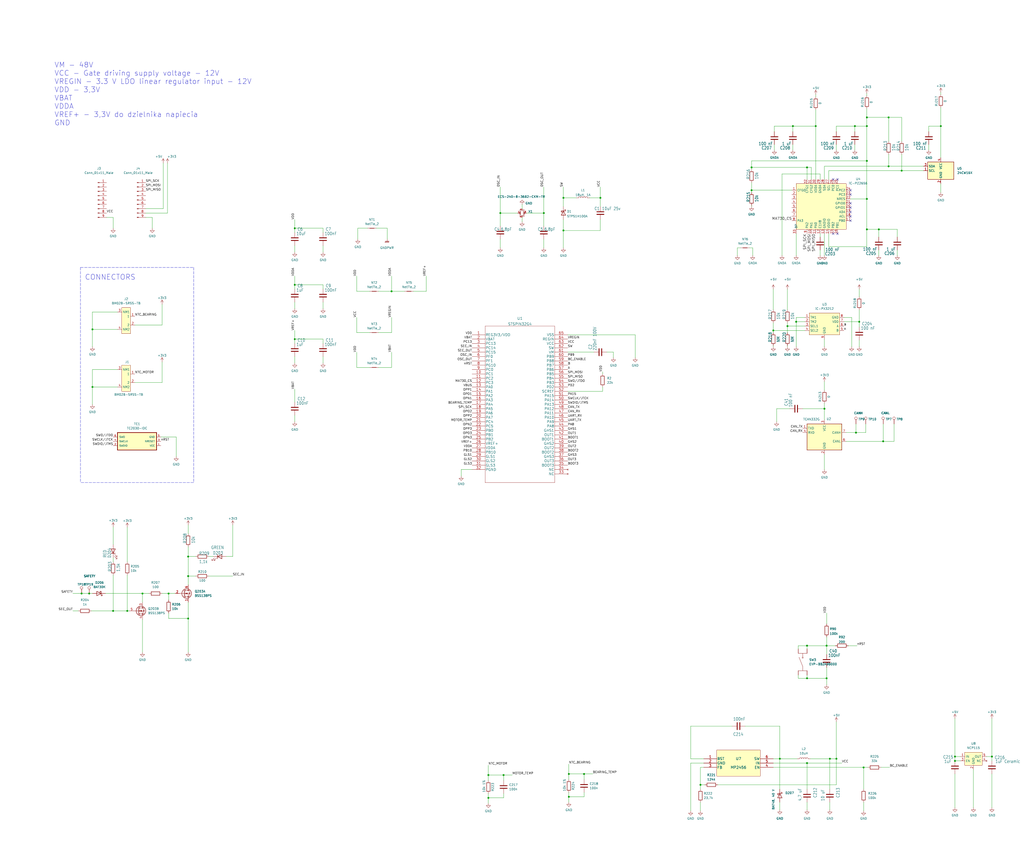
<source format=kicad_sch>
(kicad_sch (version 20211123) (generator eeschema)
  (paper "User" 597.865 499.923)
  (junction (at 471.17 377.19))
  (junction (at 760.73 185.42))
  (junction (at 681.355 25.4))
  (junction (at 760.095 132.08))
  (junction (at 579.12 441.96))
  (junction (at 332.105 465.455))
  (junction (at 988.695 129.54))
  (junction (at 798.83 109.22))
  (junction (at 676.275 293.37))
  (junction (at 74.295 356.87))
  (junction (at 83.185 346.71))
  (junction (at 665.48 159.385))
  (junction (at 294.005 452.755))
  (junction (at 762 160.02))
  (junction (at 340.995 452.12))
  (junction (at 865.505 184.785))
  (junction (at 903.605 108.585))
  (junction (at 506.095 116.205))
  (junction (at 317.5 124.46))
  (junction (at 98.425 346.71))
  (junction (at 328.93 134.62))
  (junction (at 687.705 131.445))
  (junction (at 476.25 73.66))
  (junction (at 484.505 443.23))
  (junction (at 673.1 25.4))
  (junction (at 972.185 148.59))
  (junction (at 455.295 443.23))
  (junction (at 866.775 159.385))
  (junction (at 459.74 190.5))
  (junction (at 784.86 185.42))
  (junction (at 664.21 184.785))
  (junction (at 438.785 97.79))
  (junction (at 499.11 73.66))
  (junction (at 53.975 192.405))
  (junction (at 506.095 93.98))
  (junction (at 774.7 264.795))
  (junction (at 506.095 133.985))
  (junction (at 702.31 108.585))
  (junction (at 109.855 336.55))
  (junction (at 518.795 97.155))
  (junction (at 464.82 187.96))
  (junction (at 499.745 252.73))
  (junction (at 515.62 257.81))
  (junction (at 518.795 68.58))
  (junction (at 702.31 233.68))
  (junction (at 889 131.445))
  (junction (at 549.275 73.66))
  (junction (at 836.93 26.67))
  (junction (at 501.65 187.96))
  (junction (at 438.785 111.125))
  (junction (at 350.52 115.57))
  (junction (at 172.085 198.12))
  (junction (at 66.04 356.87))
  (junction (at 172.085 133.35))
  (junction (at 408.94 458.47))
  (junction (at 471.17 97.79))
  (junction (at 47.625 346.71))
  (junction (at 663.575 131.445))
  (junction (at 647.7 27.305))
  (junction (at 784.225 132.08))
  (junction (at 903.605 233.68))
  (junction (at 506.095 73.66))
  (junction (at 903.605 159.385))
  (junction (at 889.635 184.785))
  (junction (at 482.6 377.19))
  (junction (at 702.31 212.09))
  (junction (at 451.485 193.04))
  (junction (at 798.83 212.725))
  (junction (at 109.855 325.12))
  (junction (at 228.6 170.18))
  (junction (at 526.415 99.695))
  (junction (at 783.59 26.67))
  (junction (at 864.87 131.445))
  (junction (at 798.83 160.02))
  (junction (at 880.11 264.16))
  (junction (at 504.19 448.31))
  (junction (at 52.07 346.71))
  (junction (at 772.795 294.005))
  (junction (at 702.31 159.385))
  (junction (at 328.93 115.57))
  (junction (at 471.17 396.24))
  (junction (at 513.08 133.985))
  (junction (at 557.53 441.96))
  (junction (at 688.34 184.785))
  (junction (at 878.205 293.37))
  (junction (at 332.105 452.12))
  (junction (at 285.115 452.755))
  (junction (at 53.975 226.06))
  (junction (at 798.83 26.67))
  (junction (at 972.185 129.54))
  (junction (at 557.53 444.5))
  (junction (at 811.53 26.67))
  (junction (at 642.62 27.305))
  (junction (at 903.605 212.09))
  (junction (at 506.095 68.58))
  (junction (at 172.085 166.37))
  (junction (at 488.315 443.23))
  (junction (at 482.6 396.24))
  (junction (at 109.855 361.315))
  (junction (at 798.83 234.315))
  (junction (at 471.17 445.77))
  (junction (at 481.33 238.76))
  (junction (at 828.04 26.67))
  (junction (at 292.1 124.46))
  (junction (at 462.915 73.66))
  (junction (at 285.115 466.09))
  (junction (at 678.18 264.16))
  (no_connect (at 488.95 104.775))
  (no_connect (at 486.41 104.775))
  (no_connect (at 496.57 123.825))
  (no_connect (at 496.57 128.905))
  (no_connect (at 496.57 126.365))
  (no_connect (at 496.57 118.745))
  (no_connect (at 496.57 121.285))
  (no_connect (at 496.57 113.665))
  (no_connect (at 496.57 111.125))
  (no_connect (at 488.95 136.525))
  (no_connect (at 486.41 136.525))
  (wire (pts (xy 784.86 173.99) (xy 784.86 185.42)))
  (wire (pts (xy 659.13 233.68) (xy 702.31 233.68)))
  (wire (pts (xy 471.17 468.63) (xy 471.17 473.075)))
  (wire (pts (xy 861.06 293.37) (xy 865.505 293.37)))
  (wire (pts (xy 482.6 377.19) (xy 482.6 372.11)))
  (wire (pts (xy 487.68 377.19) (xy 482.6 377.19)))
  (wire (pts (xy 494.03 257.81) (xy 515.62 257.81)))
  (wire (pts (xy 515.62 257.81) (xy 515.62 247.65)))
  (wire (pts (xy 496.57 116.205) (xy 506.095 116.205)))
  (wire (pts (xy 317.5 139.7) (xy 317.5 144.78)))
  (wire (pts (xy 504.19 468.63) (xy 504.19 473.71)))
  (wire (pts (xy 903.605 189.865) (xy 903.605 212.09)))
  (wire (pts (xy 328.93 128.27) (xy 328.93 134.62)))
  (wire (pts (xy 328.93 134.62) (xy 328.93 144.78)))
  (wire (pts (xy 557.53 441.96) (xy 557.53 419.735)))
  (wire (pts (xy 702.31 189.865) (xy 702.31 212.09)))
  (wire (pts (xy 94.615 346.71) (xy 98.425 346.71)))
  (wire (pts (xy 887.9263 304.165) (xy 908.685 304.165)))
  (wire (pts (xy 549.275 53.975) (xy 549.275 55.245)))
  (wire (pts (xy 340.995 452.12) (xy 340.995 455.295)))
  (wire (pts (xy 770.89 173.99) (xy 784.86 173.99)))
  (wire (pts (xy 172.085 227.33) (xy 172.085 234.95)))
  (wire (pts (xy 663.575 131.445) (xy 676.275 131.445)))
  (wire (pts (xy 469.9 187.96) (xy 464.82 187.96)))
  (wire (pts (xy 702.945 278.13) (xy 706.755 278.13)))
  (wire (pts (xy 878.205 293.37) (xy 893.445 293.37)))
  (wire (pts (xy 678.18 264.16) (xy 691.515 264.16)))
  (wire (pts (xy 452.12 73.66) (xy 462.915 73.66)))
  (wire (pts (xy 497.205 202.565) (xy 497.205 185.42)))
  (wire (pts (xy 972.185 110.49) (xy 972.185 116.84)))
  (wire (pts (xy 515.62 257.81) (xy 521.97 257.81)))
  (wire (pts (xy 208.28 170.18) (xy 215.9 170.18)))
  (wire (pts (xy 410.845 448.31) (xy 408.94 448.31)))
  (wire (pts (xy 219.71 133.35) (xy 226.06 133.35)))
  (wire (pts (xy 226.06 133.35) (xy 226.06 139.7)))
  (wire (pts (xy 53.975 215.9) (xy 53.975 226.06)))
  (wire (pts (xy 861.06 264.16) (xy 865.505 264.16)))
  (wire (pts (xy 659.13 293.37) (xy 663.575 293.37)))
  (wire (pts (xy 455.295 443.23) (xy 455.295 461.01)))
  (wire (pts (xy 74.295 335.915) (xy 74.295 356.87)))
  (wire (pts (xy 542.29 73.66) (xy 549.275 73.66)))
  (wire (pts (xy 451.485 201.93) (xy 451.485 202.565)))
  (wire (pts (xy 885.19 131.445) (xy 889 131.445)))
  (wire (pts (xy 85.09 124.46) (xy 97.79 124.46)))
  (wire (pts (xy 760.095 120.65) (xy 760.095 132.08)))
  (wire (pts (xy 438.785 120.015) (xy 438.785 120.65)))
  (wire (pts (xy 471.17 97.79) (xy 471.17 104.775)))
  (wire (pts (xy 720.09 120.65) (xy 720.09 124.46)))
  (wire (pts (xy 798.83 137.16) (xy 798.83 160.02)))
  (wire (pts (xy 798.83 160.02) (xy 806.45 160.02)))
  (wire (pts (xy 462.915 84.455) (xy 462.915 87.63)))
  (wire (pts (xy 292.1 139.7) (xy 292.1 144.78)))
  (wire (pts (xy 471.17 377.19) (xy 482.6 377.19)))
  (wire (pts (xy 469.9 185.42) (xy 464.82 185.42)))
  (wire (pts (xy 798.83 109.22) (xy 816.61 109.22)))
  (wire (pts (xy 836.93 42.545) (xy 836.93 57.15)))
  (wire (pts (xy 332.105 465.455) (xy 332.105 468.63)))
  (wire (pts (xy 98.425 358.14) (xy 98.425 361.315)))
  (wire (pts (xy 678.18 257.175) (xy 678.18 264.16)))
  (wire (pts (xy 85.09 127) (xy 88.9 127)))
  (wire (pts (xy 451.485 193.04) (xy 451.485 188.595)))
  (wire (pts (xy 702.31 136.525) (xy 702.31 159.385)))
  (wire (pts (xy 702.31 159.385) (xy 702.31 179.705)))
  (wire (pts (xy 403.225 424.18) (xy 427.355 424.18)))
  (wire (pts (xy 903.605 108.585) (xy 921.385 108.585)))
  (wire (pts (xy 878.205 293.37) (xy 878.205 304.165)))
  (wire (pts (xy 459.74 168.91) (xy 459.74 180.975)))
  (wire (pts (xy 678.18 277.495) (xy 678.18 281.305)))
  (wire (pts (xy 53.975 192.405) (xy 68.58 192.405)))
  (wire (pts (xy 673.1 53.34) (xy 673.1 54.61)))
  (wire (pts (xy 471.17 445.77) (xy 471.17 461.01)))
  (wire (pts (xy 880.11 277.495) (xy 880.11 281.305)))
  (wire (pts (xy 506.095 133.985) (xy 506.095 144.145)))
  (wire (pts (xy 328.93 115.57) (xy 328.93 120.65)))
  (wire (pts (xy 95.25 95.25) (xy 95.25 121.92)))
  (wire (pts (xy 557.53 444.5) (xy 557.53 441.96)))
  (wire (pts (xy 762 154.94) (xy 762 160.02)))
  (wire (pts (xy 488.315 73.66) (xy 499.11 73.66)))
  (wire (pts (xy 241.3 170.18) (xy 248.92 170.18)))
  (wire (pts (xy 208.28 214.63) (xy 215.9 214.63)))
  (wire (pts (xy 755.65 234.315) (xy 798.83 234.315)))
  (wire (pts (xy 94.615 211.455) (xy 94.615 223.52)))
  (wire (pts (xy 455.295 443.23) (xy 451.485 443.23)))
  (wire (pts (xy 858.52 131.445) (xy 864.87 131.445)))
  (wire (pts (xy 523.875 146.05) (xy 523.875 149.225)))
  (wire (pts (xy 53.34 356.87) (xy 66.04 356.87)))
  (wire (pts (xy 688.975 33.02) (xy 688.975 34.29)))
  (wire (pts (xy 476.25 73.66) (xy 476.25 104.775)))
  (wire (pts (xy 172.085 166.37) (xy 172.085 168.91)))
  (wire (pts (xy 542.29 76.835) (xy 542.29 73.66)))
  (wire (pts (xy 304.8 127) (xy 304.8 129.54)))
  (wire (pts (xy 403.225 445.77) (xy 403.225 473.71)))
  (wire (pts (xy 432.435 144.78) (xy 430.53 144.78)))
  (wire (pts (xy 523.875 133.985) (xy 513.08 133.985)))
  (wire (pts (xy 88.9 127) (xy 88.9 133.35)))
  (wire (pts (xy 410.845 445.77) (xy 403.225 445.77)))
  (wire (pts (xy 798.83 26.67) (xy 811.53 26.67)))
  (wire (pts (xy 811.53 26.67) (xy 828.04 26.67)))
  (wire (pts (xy 403.225 443.23) (xy 403.225 424.18)))
  (wire (pts (xy 760.095 132.08) (xy 772.795 132.08)))
  (wire (pts (xy 836.93 26.67) (xy 836.93 37.465)))
  (wire (pts (xy 740.41 29.21) (xy 740.41 24.13)))
  (wire (pts (xy 109.855 325.12) (xy 109.855 336.55)))
  (wire (pts (xy 506.095 73.66) (xy 499.11 73.66)))
  (wire (pts (xy 762.635 120.65) (xy 760.095 120.65)))
  (wire (pts (xy 285.115 452.755) (xy 285.115 455.93)))
  (wire (pts (xy 514.35 448.31) (xy 519.43 448.31)))
  (wire (pts (xy 208.28 161.29) (xy 208.28 170.18)))
  (wire (pts (xy 647.7 27.305) (xy 647.7 29.845)))
  (wire (pts (xy 292.1 109.22) (xy 292.1 124.46)))
  (wire (pts (xy 673.1 35.56) (xy 673.1 36.83)))
  (wire (pts (xy 358.14 205.74) (xy 354.33 205.74)))
  (wire (pts (xy 294.005 466.09) (xy 285.115 466.09)))
  (wire (pts (xy 783.59 24.13) (xy 783.59 26.67)))
  (wire (pts (xy 228.6 170.18) (xy 236.22 170.18)))
  (polyline (pts (xy 46.99 156.21) (xy 46.99 281.94)))
  (polyline (pts (xy 46.99 156.21) (xy 113.03 156.21)))
  (polyline (pts (xy 113.03 156.21) (xy 113.03 281.94)))
  (polyline (pts (xy 113.03 281.94) (xy 46.99 281.94)))
  (wire (pts (xy 972.185 129.54) (xy 972.185 124.46)))
  (wire (pts (xy 220.98 214.63) (xy 228.6 214.63)))
  (wire (pts (xy 880.11 245.11) (xy 880.11 249.555)))
  (wire (pts (xy 304.8 119.38) (xy 304.8 121.92)))
  (wire (pts (xy 755.65 264.795) (xy 760.095 264.795)))
  (wire (pts (xy 228.6 161.29) (xy 228.6 170.18)))
  (wire (pts (xy 762 160.02) (xy 798.83 160.02)))
  (wire (pts (xy 408.94 458.47) (xy 408.94 461.01)))
  (wire (pts (xy 657.225 131.445) (xy 663.575 131.445)))
  (wire (pts (xy 706.755 278.13) (xy 706.755 304.165)))
  (wire (pts (xy 579.12 441.96) (xy 579.12 444.5)))
  (wire (pts (xy 903.605 226.695) (xy 903.605 233.68)))
  (wire (pts (xy 864.87 120.015) (xy 864.87 131.445)))
  (wire (pts (xy 506.095 116.205) (xy 506.095 133.985)))
  (wire (pts (xy 109.855 325.12) (xy 114.3 325.12)))
  (wire (pts (xy 172.085 161.29) (xy 172.085 166.37)))
  (wire (pts (xy 903.605 136.525) (xy 903.605 159.385)))
  (wire (pts (xy 464.82 185.42) (xy 464.82 187.96)))
  (wire (pts (xy 464.82 187.96) (xy 464.82 202.565)))
  (wire (pts (xy 438.785 111.125) (xy 438.785 112.395)))
  (wire (pts (xy 860.425 159.385) (xy 866.775 159.385)))
  (wire (pts (xy 772.795 294.005) (xy 772.795 304.8)))
  (wire (pts (xy 285.115 466.09) (xy 285.115 469.265)))
  (wire (pts (xy 499.11 84.455) (xy 499.11 87.63)))
  (wire (pts (xy 66.04 356.87) (xy 74.295 356.87)))
  (wire (pts (xy 760.73 173.99) (xy 760.73 185.42)))
  (wire (pts (xy 109.855 319.405) (xy 109.855 325.12)))
  (wire (pts (xy 434.975 424.18) (xy 455.295 424.18)))
  (wire (pts (xy 506.095 93.98) (xy 506.095 116.205)))
  (wire (pts (xy 481.33 198.12) (xy 481.33 202.565)))
  (wire (pts (xy 459.74 188.595) (xy 459.74 190.5)))
  (wire (pts (xy 506.095 93.98) (xy 438.785 93.98)))
  (wire (pts (xy 513.08 133.985) (xy 506.095 133.985)))
  (wire (pts (xy 798.83 212.725) (xy 798.83 219.71)))
  (wire (pts (xy 657.86 184.785) (xy 664.21 184.785)))
  (wire (pts (xy 488.315 458.47) (xy 488.315 443.23)))
  (wire (pts (xy 74.295 307.975) (xy 74.295 328.295)))
  (wire (pts (xy 506.095 68.58) (xy 506.095 73.66)))
  (wire (pts (xy 188.595 208.28) (xy 188.595 212.09)))
  (wire (pts (xy 328.93 115.57) (xy 336.55 115.57)))
  (wire (pts (xy 702.31 233.68) (xy 702.31 236.855)))
  (wire (pts (xy 904.875 278.13) (xy 908.685 278.13)))
  (wire (pts (xy 438.785 111.125) (xy 462.28 111.125)))
  (wire (pts (xy 702.31 226.695) (xy 702.31 233.68)))
  (wire (pts (xy 506.095 68.58) (xy 518.795 68.58)))
  (wire (pts (xy 774.7 264.795) (xy 774.7 270.51)))
  (wire (pts (xy 481.33 136.525) (xy 481.33 149.225)))
  (wire (pts (xy 285.115 452.755) (xy 294.005 452.755)))
  (wire (pts (xy 774.7 278.13) (xy 774.7 281.94)))
  (wire (pts (xy 53.975 226.06) (xy 68.58 226.06)))
  (wire (pts (xy 317.5 109.22) (xy 317.5 124.46)))
  (wire (pts (xy 684.53 184.785) (xy 688.34 184.785)))
  (wire (pts (xy 676.275 293.37) (xy 676.275 304.165)))
  (wire (pts (xy 66.04 335.915) (xy 66.04 356.87)))
  (wire (pts (xy 702.31 103.505) (xy 702.31 108.585)))
  (wire (pts (xy 471.17 445.77) (xy 491.49 445.77)))
  (wire (pts (xy 875.03 120.015) (xy 889 120.015)))
  (wire (pts (xy 98.425 361.315) (xy 109.855 361.315)))
  (wire (pts (xy 755.65 143.51) (xy 762 143.51)))
  (wire (pts (xy 483.87 144.145) (xy 506.095 144.145)))
  (wire (pts (xy 419.1 458.47) (xy 488.315 458.47)))
  (wire (pts (xy 972.185 148.59) (xy 988.695 148.59)))
  (wire (pts (xy 408.94 468.63) (xy 408.94 473.71)))
  (wire (pts (xy 121.92 325.12) (xy 124.46 325.12)))
  (wire (pts (xy 98.425 346.71) (xy 102.235 346.71)))
  (wire (pts (xy 777.24 26.67) (xy 783.59 26.67)))
  (wire (pts (xy 208.28 205.74) (xy 208.28 214.63)))
  (wire (pts (xy 294.005 463.55) (xy 294.005 466.09)))
  (wire (pts (xy 451.485 193.04) (xy 469.9 193.04)))
  (wire (pts (xy 889 131.445) (xy 895.985 131.445)))
  (wire (pts (xy 921.385 120.65) (xy 921.385 124.46)))
  (wire (pts (xy 798.83 104.14) (xy 798.83 109.22)))
  (wire (pts (xy 466.09 377.19) (xy 471.17 377.19)))
  (wire (pts (xy 659.13 212.09) (xy 702.31 212.09)))
  (wire (pts (xy 676.275 304.165) (xy 678.3763 304.165)))
  (wire (pts (xy 452.12 76.835) (xy 452.12 73.66)))
  (wire (pts (xy 504.19 448.31) (xy 504.19 461.01)))
  (wire (pts (xy 868.045 173.355) (xy 865.505 173.355)))
  (wire (pts (xy 483.87 136.525) (xy 483.87 144.145)))
  (wire (pts (xy 688.34 184.785) (xy 694.69 184.785)))
  (wire (pts (xy 455.295 468.63) (xy 455.295 473.075)))
  (wire (pts (xy 94.615 177.8) (xy 94.615 189.865)))
  (wire (pts (xy 497.205 185.42) (xy 492.76 185.42)))
  (wire (pts (xy 687.705 131.445) (xy 694.69 131.445)))
  (wire (pts (xy 770.255 120.65) (xy 784.225 120.65)))
  (wire (pts (xy 642.62 24.765) (xy 642.62 27.305)))
  (wire (pts (xy 642.62 27.305) (xy 647.7 27.305)))
  (wire (pts (xy 647.7 24.765) (xy 647.7 27.305)))
  (wire (pts (xy 451.485 193.04) (xy 451.485 194.31)))
  (wire (pts (xy 466.09 377.19) (xy 466.09 379.095)))
  (wire (pts (xy 332.105 446.405) (xy 332.105 452.12)))
  (wire (pts (xy 109.855 361.315) (xy 109.855 381)))
  (wire (pts (xy 681.355 25.4) (xy 681.355 34.29)))
  (wire (pts (xy 462.915 76.835) (xy 462.915 73.66)))
  (wire (pts (xy 513.08 138.43) (xy 513.08 133.985)))
  (wire (pts (xy 66.04 127) (xy 66.04 133.35)))
  (wire (pts (xy 642.62 27.305) (xy 642.62 29.845)))
  (wire (pts (xy 666.115 120.015) (xy 663.575 120.015)))
  (wire (pts (xy 484.505 443.23) (xy 488.315 443.23)))
  (wire (pts (xy 455.295 443.23) (xy 465.455 443.23)))
  (wire (pts (xy 674.37 173.355) (xy 688.34 173.355)))
  (wire (pts (xy 494.03 252.73) (xy 499.745 252.73)))
  (wire (pts (xy 499.745 252.73) (xy 505.46 252.73)))
  (wire (pts (xy 505.46 252.73) (xy 505.46 247.65)))
  (wire (pts (xy 220.98 194.31) (xy 228.6 194.31)))
  (wire (pts (xy 228.6 185.42) (xy 228.6 194.31)))
  (wire (pts (xy 317.5 124.46) (xy 317.5 132.08)))
  (wire (pts (xy 331.47 195.58) (xy 370.84 195.58)))
  (wire (pts (xy 370.84 195.58) (xy 370.84 208.915)))
  (wire (pts (xy 903.605 159.385) (xy 903.605 179.705)))
  (wire (pts (xy 521.97 257.81) (xy 521.97 247.65)))
  (wire (pts (xy 478.79 136.525) (xy 478.79 138.43)))
  (wire (pts (xy 755.65 212.725) (xy 798.83 212.725)))
  (wire (pts (xy 760.73 185.42) (xy 773.43 185.42)))
  (wire (pts (xy 798.83 160.02) (xy 798.83 180.34)))
  (wire (pts (xy 828.04 26.67) (xy 828.04 37.465)))
  (wire (pts (xy 988.695 129.54) (xy 988.695 135.89)))
  (wire (pts (xy 889.635 184.785) (xy 895.985 184.785)))
  (wire (pts (xy 542.29 84.455) (xy 542.29 87.63)))
  (wire (pts (xy 482.6 389.89) (xy 482.6 396.24)))
  (wire (pts (xy 482.6 396.24) (xy 482.6 400.05)))
  (wire (pts (xy 903.605 103.505) (xy 903.605 108.585)))
  (wire (pts (xy 408.94 458.47) (xy 411.48 458.47)))
  (wire (pts (xy 659.13 142.875) (xy 665.48 142.875)))
  (wire (pts (xy 665.48 146.685) (xy 665.48 142.875)))
  (wire (pts (xy 780.415 132.08) (xy 784.225 132.08)))
  (wire (pts (xy 865.505 184.785) (xy 878.205 184.785)))
  (wire (pts (xy 702.31 159.385) (xy 709.93 159.385)))
  (wire (pts (xy 860.425 233.68) (xy 903.605 233.68)))
  (wire (pts (xy 972.185 129.54) (xy 988.695 129.54)))
  (wire (pts (xy 988.695 129.54) (xy 996.315 129.54)))
  (wire (pts (xy 438.785 97.79) (xy 438.785 99.06)))
  (wire (pts (xy 358.14 205.74) (xy 358.14 208.915)))
  (wire (pts (xy 549.275 62.865) (xy 549.275 73.66)))
  (wire (pts (xy 228.6 205.74) (xy 228.6 214.63)))
  (wire (pts (xy 513.08 146.05) (xy 513.08 149.225)))
  (wire (pts (xy 53.975 192.405) (xy 53.975 202.565)))
  (wire (pts (xy 811.53 26.67) (xy 811.53 36.195)))
  (wire (pts (xy 438.785 97.79) (xy 471.17 97.79)))
  (wire (pts (xy 438.785 111.125) (xy 438.785 106.68)))
  (wire (pts (xy 439.42 144.78) (xy 437.515 144.78)))
  (wire (pts (xy 798.83 35.56) (xy 798.83 36.83)))
  (wire (pts (xy 332.105 452.12) (xy 340.995 452.12)))
  (wire (pts (xy 74.295 356.87) (xy 75.565 356.87)))
  (wire (pts (xy 188.595 200.66) (xy 188.595 198.12)))
  (wire (pts (xy 340.995 465.455) (xy 332.105 465.455)))
  (wire (pts (xy 988.695 110.49) (xy 988.695 116.84)))
  (wire (pts (xy 579.12 419.735) (xy 579.12 441.96)))
  (wire (pts (xy 665.48 154.305) (xy 665.48 159.385)))
  (wire (pts (xy 456.565 149.225) (xy 456.565 101.6)))
  (wire (pts (xy 880.11 257.175) (xy 880.11 264.16)))
  (wire (pts (xy 135.89 306.705) (xy 135.89 325.12)))
  (wire (pts (xy 889 120.015) (xy 889 131.445)))
  (wire (pts (xy 774.7 257.81) (xy 774.7 264.795)))
  (wire (pts (xy 340.995 452.12) (xy 346.075 452.12)))
  (wire (pts (xy 560.705 441.96) (xy 557.53 441.96)))
  (wire (pts (xy 109.855 306.705) (xy 109.855 311.785)))
  (wire (pts (xy 93.98 255.27) (xy 102.87 255.27)))
  (wire (pts (xy 866.775 154.305) (xy 866.775 159.385)))
  (wire (pts (xy 864.87 131.445) (xy 877.57 131.445)))
  (wire (pts (xy 501.65 187.96) (xy 501.65 191.135)))
  (wire (pts (xy 972.185 129.54) (xy 972.185 135.89)))
  (wire (pts (xy 68.58 182.245) (xy 53.975 182.245)))
  (wire (pts (xy 172.085 143.51) (xy 172.085 147.32)))
  (wire (pts (xy 285.115 463.55) (xy 285.115 466.09)))
  (wire (pts (xy 484.505 443.23) (xy 484.505 461.01)))
  (wire (pts (xy 860.425 212.09) (xy 903.605 212.09)))
  (wire (pts (xy 687.705 120.015) (xy 687.705 131.445)))
  (wire (pts (xy 471.17 394.335) (xy 471.17 396.24)))
  (wire (pts (xy 988.695 129.54) (xy 988.695 124.46)))
  (wire (pts (xy 340.995 462.915) (xy 340.995 465.455)))
  (wire (pts (xy 78.74 223.52) (xy 94.615 223.52)))
  (wire (pts (xy 488.315 76.835) (xy 488.315 73.66)))
  (wire (pts (xy 478.79 101.6) (xy 478.79 104.775)))
  (wire (pts (xy 659.13 264.16) (xy 663.575 264.16)))
  (wire (pts (xy 781.05 185.42) (xy 784.86 185.42)))
  (wire (pts (xy 172.085 176.53) (xy 172.085 180.34)))
  (wire (pts (xy 988.695 148.59) (xy 988.695 143.51)))
  (wire (pts (xy 803.275 278.765) (xy 803.275 304.8)))
  (wire (pts (xy 42.545 356.87) (xy 45.72 356.87)))
  (wire (pts (xy 816.61 121.285) (xy 816.61 125.095)))
  (wire (pts (xy 799.465 278.765) (xy 803.275 278.765)))
  (wire (pts (xy 466.09 396.24) (xy 471.17 396.24)))
  (wire (pts (xy 172.085 208.28) (xy 172.085 212.09)))
  (wire (pts (xy 476.25 55.245) (xy 476.25 56.515)))
  (wire (pts (xy 685.9963 304.165) (xy 706.755 304.165)))
  (wire (pts (xy 66.04 325.755) (xy 66.04 328.295)))
  (wire (pts (xy 98.425 346.71) (xy 98.425 350.52)))
  (wire (pts (xy 292.1 124.46) (xy 292.1 132.08)))
  (wire (pts (xy 208.915 133.35) (xy 208.915 139.7)))
  (wire (pts (xy 214.63 133.35) (xy 208.915 133.35)))
  (wire (pts (xy 248.92 161.29) (xy 248.92 170.18)))
  (wire (pts (xy 518.795 90.17) (xy 518.795 97.155)))
  (wire (pts (xy 557.53 452.12) (xy 557.53 471.805)))
  (wire (pts (xy 767.715 264.795) (xy 774.7 264.795)))
  (wire (pts (xy 750.57 29.21) (xy 750.57 24.13)))
  (wire (pts (xy 438.785 93.98) (xy 438.785 97.79)))
  (wire (pts (xy 478.79 146.05) (xy 478.79 149.225)))
  (wire (pts (xy 83.185 361.95) (xy 83.185 381)))
  (wire (pts (xy 501.65 168.91) (xy 501.65 173.355)))
  (wire (pts (xy 755.65 160.02) (xy 762 160.02)))
  (wire (pts (xy 172.085 242.57) (xy 172.085 246.38)))
  (wire (pts (xy 908.685 278.13) (xy 908.685 304.165)))
  (wire (pts (xy 811.53 43.815) (xy 811.53 57.15)))
  (wire (pts (xy 903.605 159.385) (xy 911.225 159.385)))
  (wire (pts (xy 798.83 27.94) (xy 798.83 26.67)))
  (wire (pts (xy 903.605 233.68) (xy 903.605 236.855)))
  (wire (pts (xy 549.275 73.66) (xy 549.275 92.075)))
  (wire (pts (xy 560.705 444.5) (xy 557.53 444.5)))
  (wire (pts (xy 866.775 159.385) (xy 903.605 159.385)))
  (wire (pts (xy 188.595 198.12) (xy 172.085 198.12)))
  (wire (pts (xy 673.1 22.86) (xy 673.1 25.4)))
  (wire (pts (xy 673.1 25.4) (xy 681.355 25.4)))
  (wire (pts (xy 859.155 184.785) (xy 865.505 184.785)))
  (wire (pts (xy 294.005 452.755) (xy 294.005 455.93)))
  (wire (pts (xy 172.085 193.04) (xy 172.085 198.12)))
  (wire (pts (xy 439.42 149.225) (xy 439.42 144.78)))
  (wire (pts (xy 784.86 185.42) (xy 791.21 185.42)))
  (wire (pts (xy 462.915 73.66) (xy 476.25 73.66)))
  (wire (pts (xy 132.08 325.12) (xy 135.89 325.12)))
  (wire (pts (xy 83.185 346.71) (xy 86.995 346.71)))
  (wire (pts (xy 784.225 132.08) (xy 791.21 132.08)))
  (wire (pts (xy 499.11 76.835) (xy 499.11 73.66)))
  (wire (pts (xy 481.33 235.585) (xy 481.33 238.76)))
  (wire (pts (xy 836.93 26.67) (xy 860.425 26.67)))
  (wire (pts (xy 702.31 108.585) (xy 702.31 126.365)))
  (wire (pts (xy 681.355 25.4) (xy 681.355 22.86)))
  (wire (pts (xy 681.355 25.4) (xy 688.975 25.4)))
  (wire (pts (xy 688.975 27.94) (xy 688.975 25.4)))
  (wire (pts (xy 109.855 336.55) (xy 114.3 336.55)))
  (wire (pts (xy 351.79 217.17) (xy 351.79 218.44)))
  (wire (pts (xy 459.74 190.5) (xy 469.9 190.5)))
  (wire (pts (xy 294.005 452.755) (xy 299.085 452.755)))
  (wire (pts (xy 506.095 73.66) (xy 506.095 93.98)))
  (wire (pts (xy 921.385 108.585) (xy 921.385 113.03)))
  (wire (pts (xy 903.605 108.585) (xy 903.605 126.365)))
  (wire (pts (xy 476.25 64.135) (xy 476.25 73.66)))
  (wire (pts (xy 42.545 346.71) (xy 47.625 346.71)))
  (wire (pts (xy 865.505 173.355) (xy 865.505 184.785)))
  (wire (pts (xy 331.47 228.6) (xy 351.79 228.6)))
  (wire (pts (xy 68.58 215.9) (xy 53.975 215.9)))
  (wire (pts (xy 451.485 445.77) (xy 471.17 445.77)))
  (wire (pts (xy 518.795 68.58) (xy 518.795 82.55)))
  (wire (pts (xy 755.65 294.005) (xy 760.095 294.005)))
  (wire (pts (xy 188.595 176.53) (xy 188.595 180.34)))
  (wire (pts (xy 506.095 63.5) (xy 506.095 68.58)))
  (wire (pts (xy 188.595 166.37) (xy 172.085 166.37)))
  (wire (pts (xy 53.975 226.06) (xy 53.975 236.22)))
  (wire (pts (xy 61.595 346.71) (xy 83.185 346.71)))
  (wire (pts (xy 328.93 134.62) (xy 350.52 134.62)))
  (wire (pts (xy 350.52 134.62) (xy 350.52 128.27)))
  (wire (pts (xy 784.225 120.65) (xy 784.225 132.08)))
  (wire (pts (xy 659.13 159.385) (xy 665.48 159.385)))
  (wire (pts (xy 665.48 159.385) (xy 702.31 159.385)))
  (wire (pts (xy 53.975 182.245) (xy 53.975 192.405)))
  (wire (pts (xy 683.895 131.445) (xy 687.705 131.445)))
  (wire (pts (xy 452.12 84.455) (xy 452.12 87.63)))
  (wire (pts (xy 798.83 190.5) (xy 798.83 212.725)))
  (wire (pts (xy 332.105 452.12) (xy 332.105 455.295)))
  (wire (pts (xy 83.185 346.71) (xy 83.185 351.79)))
  (wire (pts (xy 350.52 115.57) (xy 350.52 120.65)))
  (wire (pts (xy 523.875 138.43) (xy 523.875 133.985)))
  (wire (pts (xy 269.24 274.32) (xy 269.24 278.13)))
  (wire (pts (xy 275.59 274.32) (xy 269.24 274.32)))
  (wire (pts (xy 451.485 168.91) (xy 451.485 180.975)))
  (wire (pts (xy 97.79 95.25) (xy 97.79 124.46)))
  (wire (pts (xy 702.31 108.585) (xy 720.09 108.585)))
  (wire (pts (xy 720.09 108.585) (xy 720.09 113.03)))
  (wire (pts (xy 172.085 198.12) (xy 172.085 200.66)))
  (wire (pts (xy 774.7 264.795) (xy 788.035 264.795)))
  (wire (pts (xy 208.28 185.42) (xy 208.28 194.31)))
  (wire (pts (xy 208.28 194.31) (xy 215.9 194.31)))
  (wire (pts (xy 453.39 238.76) (xy 453.39 246.38)))
  (wire (pts (xy 461.01 238.76) (xy 453.39 238.76)))
  (wire (pts (xy 481.33 238.76) (xy 468.63 238.76)))
  (wire (pts (xy 292.1 124.46) (xy 302.26 124.46)))
  (wire (pts (xy 473.71 97.79) (xy 473.71 104.775)))
  (wire (pts (xy 783.59 26.67) (xy 798.83 26.67)))
  (wire (pts (xy 663.575 120.015) (xy 663.575 131.445)))
  (wire (pts (xy 767.715 294.005) (xy 772.795 294.005)))
  (wire (pts (xy 762 147.32) (xy 762 143.51)))
  (wire (pts (xy 664.21 173.355) (xy 664.21 184.785)))
  (wire (pts (xy 666.75 173.355) (xy 664.21 173.355)))
  (wire (pts (xy 466.09 394.335) (xy 466.09 396.24)))
  (wire (pts (xy 102.87 255.27) (xy 102.87 266.7)))
  (wire (pts (xy 456.565 101.6) (xy 478.79 101.6)))
  (wire (pts (xy 671.195 264.16) (xy 678.18 264.16)))
  (wire (pts (xy 678.18 264.16) (xy 678.18 269.875)))
  (wire (pts (xy 285.115 447.04) (xy 285.115 452.755)))
  (wire (pts (xy 188.595 135.89) (xy 188.595 133.35)))
  (wire (pts (xy 499.745 252.73) (xy 499.745 247.65)))
  (wire (pts (xy 482.6 358.14) (xy 482.6 364.49)))
  (wire (pts (xy 798.83 234.315) (xy 798.83 237.49)))
  (wire (pts (xy 62.23 127) (xy 66.04 127)))
  (wire (pts (xy 860.425 142.875) (xy 866.775 142.875)))
  (wire (pts (xy 484.505 468.63) (xy 484.505 473.075)))
  (wire (pts (xy 473.075 443.23) (xy 484.505 443.23)))
  (wire (pts (xy 772.795 294.005) (xy 788.035 294.005)))
  (wire (pts (xy 172.085 128.27) (xy 172.085 133.35)))
  (wire (pts (xy 172.085 133.35) (xy 172.085 135.89)))
  (wire (pts (xy 408.94 448.31) (xy 408.94 458.47)))
  (wire (pts (xy 504.19 448.31) (xy 506.73 448.31)))
  (wire (pts (xy 518.795 68.58) (xy 526.415 68.58)))
  (wire (pts (xy 488.315 84.455) (xy 488.315 87.63)))
  (wire (pts (xy 471.17 97.79) (xy 473.71 97.79)))
  (wire (pts (xy 798.83 109.22) (xy 798.83 127)))
  (wire (pts (xy 328.93 109.22) (xy 328.93 115.57)))
  (wire (pts (xy 579.12 452.12) (xy 579.12 471.805)))
  (wire (pts (xy 903.605 212.09) (xy 903.605 219.075)))
  (wire (pts (xy 828.04 42.545) (xy 828.04 57.15)))
  (wire (pts (xy 875.665 173.355) (xy 889.635 173.355)))
  (wire (pts (xy 506.095 54.61) (xy 506.095 55.88)))
  (wire (pts (xy 471.17 377.19) (xy 471.17 379.095)))
  (wire (pts (xy 753.745 132.08) (xy 760.095 132.08)))
  (wire (pts (xy 673.1 44.45) (xy 673.1 45.72)))
  (wire (pts (xy 332.105 462.915) (xy 332.105 465.455)))
  (wire (pts (xy 880.11 264.16) (xy 880.11 269.875)))
  (wire (pts (xy 673.735 120.015) (xy 687.705 120.015)))
  (wire (pts (xy 798.83 227.33) (xy 798.83 234.315)))
  (wire (pts (xy 501.65 198.755) (xy 501.65 202.565)))
  (wire (pts (xy 782.5163 304.8) (xy 803.275 304.8)))
  (wire (pts (xy 671.195 293.37) (xy 676.275 293.37)))
  (wire (pts (xy 676.275 293.37) (xy 691.515 293.37)))
  (wire (pts (xy 702.31 212.09) (xy 702.31 219.075)))
  (wire (pts (xy 481.33 222.885) (xy 481.33 227.965)))
  (wire (pts (xy 481.33 238.76) (xy 481.33 245.11)))
  (wire (pts (xy 459.74 201.93) (xy 459.74 202.565)))
  (wire (pts (xy 678.18 245.11) (xy 678.18 249.555)))
  (wire (pts (xy 526.415 90.17) (xy 526.415 99.695)))
  (wire (pts (xy 798.83 53.34) (xy 798.83 57.15)))
  (wire (pts (xy 526.415 68.58) (xy 526.415 82.55)))
  (wire (pts (xy 482.6 377.19) (xy 482.6 382.27)))
  (wire (pts (xy 172.085 133.35) (xy 188.595 133.35)))
  (wire (pts (xy 430.53 144.78) (xy 430.53 149.225)))
  (wire (pts (xy 504.19 448.31) (xy 451.485 448.31)))
  (wire (pts (xy 220.98 170.18) (xy 228.6 170.18)))
  (wire (pts (xy 307.34 124.46) (xy 317.5 124.46)))
  (wire (pts (xy 579.12 441.96) (xy 575.945 441.96)))
  (wire (pts (xy 972.185 143.51) (xy 972.185 148.59)))
  (wire (pts (xy 972.185 148.59) (xy 972.185 153.67)))
  (wire (pts (xy 878.205 304.165) (xy 880.3063 304.165)))
  (wire (pts (xy 52.07 346.71) (xy 53.975 346.71)))
  (wire (pts (xy 464.82 136.525) (xy 464.82 149.225)))
  (wire (pts (xy 481.33 104.775) (xy 481.33 97.155)))
  (wire (pts (xy 673.1 25.4) (xy 673.1 27.94)))
  (wire (pts (xy 777.24 24.13) (xy 777.24 26.67)))
  (wire (pts (xy 85.09 121.92) (xy 95.25 121.92)))
  (wire (pts (xy 798.83 44.45) (xy 798.83 45.72)))
  (wire (pts (xy 109.855 351.79) (xy 109.855 361.315)))
  (wire (pts (xy 664.21 184.785) (xy 676.91 184.785)))
  (wire (pts (xy 774.7 245.745) (xy 774.7 250.19)))
  (wire (pts (xy 331.47 205.74) (xy 346.71 205.74)))
  (wire (pts (xy 455.295 424.18) (xy 455.295 443.23)))
  (wire (pts (xy 121.92 336.55) (xy 135.89 336.55)))
  (wire (pts (xy 410.845 443.23) (xy 403.225 443.23)))
  (wire (pts (xy 350.52 109.22) (xy 350.52 115.57)))
  (wire (pts (xy 880.11 264.16) (xy 893.445 264.16)))
  (wire (pts (xy 66.04 307.8288) (xy 66.04 318.135)))
  (wire (pts (xy 885.825 184.785) (xy 889.635 184.785)))
  (wire (pts (xy 828.04 26.67) (xy 836.93 26.67)))
  (wire (pts (xy 47.625 346.71) (xy 52.07 346.71)))
  (wire (pts (xy 549.275 107.315) (xy 549.275 112.395)))
  (wire (pts (xy 78.74 189.865) (xy 94.615 189.865)))
  (wire (pts (xy 501.65 180.975) (xy 501.65 187.96)))
  (wire (pts (xy 688.34 173.355) (xy 688.34 184.785)))
  (wire (pts (xy 889.635 173.355) (xy 889.635 184.785)))
  (wire (pts (xy 481.33 265.43) (xy 481.33 274.32)))
  (wire (pts (xy 344.17 115.57) (xy 350.52 115.57)))
  (wire (pts (xy 526.415 99.695) (xy 539.115 99.695)))
  (wire (pts (xy 483.87 99.695) (xy 483.87 104.775)))
  (wire (pts (xy 866.775 146.685) (xy 866.775 142.875)))
  (wire (pts (xy 459.74 190.5) (xy 459.74 194.31)))
  (wire (pts (xy 816.61 109.22) (xy 816.61 113.665)))
  (wire (pts (xy 772.795 304.8) (xy 774.8963 304.8)))
  (wire (pts (xy 873.125 264.16) (xy 880.11 264.16)))
  (wire (pts (xy 188.595 143.51) (xy 188.595 147.32)))
  (wire (pts (xy 109.855 336.55) (xy 109.855 341.63)))
  (wire (pts (xy 188.595 168.91) (xy 188.595 166.37)))
  (wire (pts (xy 526.415 99.695) (xy 483.87 99.695)))
  (wire (pts (xy 518.795 97.155) (xy 539.115 97.155)))
  (wire (pts (xy 492.76 187.96) (xy 501.65 187.96)))
  (wire (pts (xy 481.33 97.155) (xy 518.795 97.155)))
  (wire (pts (xy 754.38 185.42) (xy 760.73 185.42)))
  (wire (pts (xy 763.27 173.99) (xy 760.73 173.99)))
  (wire (pts (xy 867.41 120.015) (xy 864.87 120.015)))
  (wire (pts (xy 471.17 396.24) (xy 482.6 396.24)))
  (wire (pts (xy 568.325 449.58) (xy 568.325 471.805)))
  (wire (pts (xy 488.315 421.64) (xy 488.315 443.23)))
  (wire (pts (xy 351.79 226.06) (xy 351.79 228.6)))
  (wire (pts (xy 495.3 377.19) (xy 500.38 377.19)))
  (wire (pts (xy 873.125 293.37) (xy 878.205 293.37)))
  (text "VM - 48V\nVCC - Gate driving supply voltage - 12V\nVREGIN - 3.3 V LDO linear regulator input - 12V\nVDD - 3,3V\nVBAT\nVDDA\nVREF+ - 3,3V do dzielnika napiecia\nGND" (at 31.75 73.66 0) (effects (font (size 3 3)) (justify left bottom)))
  (text "CONNECTORS" (at 49.53 163.83 0) (effects (font (size 3 3)) (justify left bottom)))
  (text "WBUDOWANY OPAMP" (at 695.325 287.655 90) (effects (font (size 1.27 1.27)) (justify left bottom)))
  (text "WBUDOWANY OPAMP" (at 791.845 288.29 90) (effects (font (size 1.27 1.27)) (justify left bottom)))
  (text "WBUDOWANY OPAMP" (at 897.255 287.655 90) (effects (font (size 1.27 1.27)) (justify left bottom)))
  (label "OPO1" (at 275.59 231.14 180))
  (label "VDD" (at 172.085 128.27 90))
  (label "VCC" (at 208.28 185.42 90))
  (label "VSHUNT2P" (at 755.65 212.725 180))
  (label "SPI_MOSI" (at 473.71 136.525 270) (effects (font (size 1.5113 1.5113))))
  (label "VDD" (at 275.59 195.58 180))
  (label "NTC_MOTOR" (at 285.115 447.04 0))
  (label "OUT1" (at 331.47 254 0))
  (label "SPI_MOSI" (at 85.09 109.22 0))
  (label "SPI_SCK" (at 275.59 238.76 180))
  (label "SW" (at 331.47 203.2 0))
  (label "VREF+" (at 275.59 259.08 180))
  (label "VBAT" (at 172.085 227.33 90))
  (label "MOTOR_TEMP" (at 275.59 246.38 180))
  (label "VCC" (at 62.23 124.46 0))
  (label "CAN_RX" (at 468.63 252.73 180))
  (label "PA15" (at 331.47 231.14 0))
  (label "GLS1" (at 275.59 266.7 180))
  (label "PA8" (at 331.47 248.92 0))
  (label "VSHUNT1N" (at 659.13 293.37 180))
  (label "OPO3" (at 904.875 278.13 180))
  (label "CAN_RX" (at 331.47 241.3 0))
  (label "GHS2_MOS" (at 784.225 120.65 0))
  (label "nRST" (at 275.59 213.36 180))
  (label "SEC_IN" (at 135.89 336.55 0))
  (label "UART_RX" (at 331.47 243.84 0))
  (label "VREF+" (at 678.18 245.11 90))
  (label "V" (at 806.45 160.02 0))
  (label "CAN_TX" (at 468.63 250.19 180))
  (label "GLS2_MOS" (at 784.86 173.99 0))
  (label "W" (at 911.225 159.385 0))
  (label "VSHUNT3P" (at 861.06 264.16 180))
  (label "OPO2" (at 275.59 241.3 180))
  (label "VDD" (at 482.6 358.14 90))
  (label "OPN3" (at 893.445 293.37 0))
  (label "VDD" (at 208.28 161.29 90))
  (label "GLS2" (at 754.38 185.42 180))
  (label "NTC_BEARING" (at 78.74 184.785 0))
  (label "BOOT2" (at 331.47 264.16 0))
  (label "OPP1" (at 691.515 264.16 0))
  (label "SEC_OUT" (at 42.545 356.87 180))
  (label "SWDIO{slash}JTMS" (at 331.47 236.22 0))
  (label "SWCLK{slash}JTCK" (at 331.47 233.68 0))
  (label "SWO{slash}JTDO" (at 331.47 223.52 0))
  (label "VDDA" (at 228.6 161.29 90))
  (label "VCC" (at 681.355 34.29 270))
  (label "VSHUNT2N" (at 755.65 234.315 180))
  (label "B" (at 492.76 190.5 0) (effects (font (size 1.0795 1.0795))))
  (label "PD2" (at 331.47 226.06 0))
  (label "SEC_OUT" (at 275.59 205.74 180))
  (label "VREF+" (at 248.92 161.29 90))
  (label "MA730_CS" (at 275.59 223.52 180))
  (label "VSHUNT2N" (at 755.65 294.005 180))
  (label "48V" (at 788.035 26.67 0))
  (label "CAN_TX" (at 331.47 238.76 0))
  (label "GLS1_MOS" (at 688.34 173.355 0))
  (label "SPI_SCK" (at 85.09 106.68 0))
  (label "OPP3" (at 893.445 264.16 0))
  (label "BC_ENABLE" (at 519.43 448.31 0))
  (label "VDD" (at 208.28 205.74 90))
  (label "OUT2" (at 331.47 261.62 0))
  (label "OPN3" (at 275.59 256.54 180))
  (label "VDDA" (at 275.59 261.62 180))
  (label "OSC_OUT" (at 275.59 210.82 180))
  (label "OPO2" (at 799.465 278.765 180))
  (label "VSHUNT1P" (at 659.13 264.16 180))
  (label "VBAT" (at 275.59 198.12 180))
  (label "nRST" (at 93.98 257.81 0))
  (label "BOOT1" (at 331.47 256.54 0))
  (label "GHS1_MOS" (at 687.705 120.015 0))
  (label "NTC_MOTOR" (at 78.74 218.44 0))
  (label "SPI_MOSI" (at 331.47 218.44 0))
  (label "PB9" (at 331.47 208.28 0))
  (label "VREGIN" (at 331.47 198.12 0))
  (label "BOOT2" (at 755.65 143.51 180))
  (label "SPI_MISO" (at 331.47 220.98 0))
  (label "VBUS" (at 996.315 129.54 0))
  (label "OSC_IN" (at 275.59 208.28 180))
  (label "OUT2" (at 755.65 160.02 180))
  (label "GLS3" (at 275.59 271.78 180))
  (label "OPP2" (at 275.59 243.84 180))
  (label "VSHUNT1N" (at 659.13 233.68 180))
  (label "VREF+" (at 880.11 245.11 90))
  (label "U" (at 709.93 159.385 0))
  (label "GHS2" (at 331.47 259.08 0))
  (label "BOOT3" (at 331.47 271.78 0))
  (label "SPI_MISO" (at 476.25 136.525 270) (effects (font (size 1.5113 1.5113))))
  (label "VREF+" (at 172.085 193.04 90))
  (label "OUT1" (at 659.13 159.385 180))
  (label "SEC_IN" (at 275.59 203.2 180))
  (label "OSC_IN" (at 292.1 109.22 90))
  (label "OPN1" (at 275.59 233.68 180))
  (label "SWCLK{slash}JTCK" (at 66.04 257.81 180))
  (label "VCC" (at 331.47 200.66 0))
  (label "OUT3" (at 331.47 269.24 0))
  (label "OPO3" (at 275.59 254 180))
  (label "VSHUNT3N" (at 861.06 293.37 180))
  (label "VBAT" (at 228.6 205.74 90))
  (label "OPN2" (at 788.035 294.005 0))
  (label "OPP3" (at 275.59 251.46 180))
  (label "MA730_CS" (at 462.28 128.905 180) (effects (font (size 1.5113 1.5113))))
  (label "GLS2" (at 275.59 269.24 180))
  (label "SPI_MISO" (at 85.09 111.76 0))
  (label "VSHUNT1P" (at 659.13 212.09 180))
  (label "B" (at 331.47 213.36 0))
  (label "nRST" (at 500.38 377.19 0))
  (label "BEARING_TEMP" (at 346.075 452.12 0))
  (label "GHS3_MOS" (at 889 120.015 0))
  (label "MOTOR_TEMP" (at 299.085 452.755 0))
  (label "SW" (at 328.93 109.22 90))
  (label "SWO{slash}JTDO" (at 66.04 255.27 180))
  (label "GHS1" (at 331.47 251.46 0))
  (label "GHS2" (at 753.745 132.08 180))
  (label "OPO1" (at 702.945 278.13 180))
  (label "BOOT3" (at 860.425 142.875 180))
  (label "GLS3" (at 859.155 184.785 180))
  (label "PC13" (at 275.59 200.66 180))
  (label "BOOT1" (at 659.13 142.875 180))
  (label "BC_ENABLE" (at 331.47 210.82 0))
  (label "NTC_BEARING" (at 332.105 446.405 0))
  (label "A" (at 331.47 215.9 0))
  (label "VSHUNT3N" (at 860.425 233.68 180))
  (label "GHS3" (at 331.47 266.7 0))
  (label "VCC" (at 491.49 445.77 0))
  (label "VSHUNT2P" (at 755.65 264.795 180))
  (label "A" (at 492.76 193.04 0) (effects (font (size 1.0795 1.0795))))
  (label "PB10" (at 275.59 264.16 180))
  (label "VM" (at 860.425 26.67 0) (effects (font (size 1.5113 1.5113))))
  (label "OPP2" (at 788.035 264.795 0))
  (label "VCC" (at 350.52 109.22 90))
  (label "VREGIN" (at 228.6 185.42 90))
  (label "GLS1" (at 657.86 184.785 180))
  (label "OSC_OUT" (at 317.5 109.22 90))
  (label "BEARING_TEMP" (at 275.59 236.22 180))
  (label "GLS3_MOS" (at 889.635 173.355 0))
  (label "OPN1" (at 691.515 293.37 0))
  (label "VREF+" (at 774.7 245.745 90))
  (label "SWDIO{slash}JTMS" (at 66.04 260.35 180))
  (label "OUT3" (at 860.425 159.385 180))
  (label "VM" (at 972.185 110.49 90))
  (label "OPN2" (at 275.59 248.92 180))
  (label "VBUS" (at 275.59 226.06 180))
  (label "GHS1" (at 657.225 131.445 180))
  (label "VDDA" (at 172.085 161.29 90))
  (label "SPI_SCK" (at 471.17 136.525 270) (effects (font (size 1.5113 1.5113))))
  (label "VSHUNT3P" (at 860.425 212.09 180))
  (label "SAFETY" (at 42.545 346.71 180))
  (label "GHS3" (at 858.52 131.445 180))
  (label "VDD" (at 351.79 217.17 90))
  (label "UART_TX" (at 331.47 246.38 0))
  (label "VDDA" (at 988.695 110.49 90))
  (label "OPP1" (at 275.59 228.6 180))
  (global_label "VM" (shape input) (at 702.31 103.505 90) (property "Intersheet References" "${INTERSHEET_REFS}" (effects hide)))
  (global_label "VM" (shape input) (at 903.605 103.505 90) (property "Intersheet References" "${INTERSHEET_REFS}" (effects hide)))
  (global_label "VM" (shape input) (at 798.83 104.14 90) (property "Intersheet References" "${INTERSHEET_REFS}" (effects hide)))
  (symbol (lib_id "Connector:TestPoint") (at 750.57 24.13 0) (unit 1)
    (property "Reference" "TP4" (at 748.1571 18.84 0) (effects (justify left)))
    (property "Value" "GND" (at 744.9821 24.1551 0) (effects (justify left)))
    (property "Footprint" "UNIVERSAL_JOINT:1-726388-2" (effects hide))
  )
  (symbol (lib_id "Device:R") (at 482.6 368.3 180) (unit 1)
    (property "Reference" "R90" (at 484.3781 367.3915 0) (effects (justify right)))
    (property "Value" "100k" (at 484.3781 370.1666 0) (effects (justify right)))
    (property "Footprint" "footprints:R_0402_1005Metric_Pad0.72x0.64mm_HandSolder" (effects hide))
  )
  (symbol (lib_id "Device:C") (at 499.11 80.645 0) (unit 1)
    (property "Reference" "C210" (at 497.586 85.471 0) (effects (font (size 1.778 1.5113)) (justify right top)))
    (property "Value" "1 uF" (at 498.221 82.931 0) (effects (font (size 1.778 1.5113)) (justify right top)))
    (property "Footprint" "footprints:C_0603_1608Metric_Pad1.08x0.95mm_HandSolder" (effects hide))
  )
  (symbol (lib_id "Device:R") (at 972.185 139.7 180) (unit 1)
    (property "Reference" "R39" (at 974.725 138.4299 0) (effects (justify right)))
    (property "Value" "3.9k 1%" (at 974.725 140.9699 0) (effects (justify right)))
    (property "Footprint" "footprints:R_0402_1005Metric_Pad0.72x0.64mm_HandSolder" (effects hide))
  )
  (symbol (lib_id "Device:R") (at 678.18 253.365 180) (unit 1)
    (property "Reference" "R41" (at 679.9581 252.4565 0) (effects (justify right)))
    (property "Value" "22k 1%" (at 679.9581 255.2316 0) (effects (justify right)))
    (property "Footprint" "footprints:R_0402_1005Metric_Pad0.72x0.64mm_HandSolder" (effects hide))
  )
  (symbol (lib_id "Device:D_Schottky") (at 871.855 173.355 0) (unit 1)
    (property "Reference" "D7" (at 871.855 168.1184 0))
    (property "Value" "BAT48, 40 V" (at 871.855 170.8935 0))
    (property "Footprint" "footprints:D_0603_1608Metric_Pad1.05x0.95mm_HandSolder" (effects hide))
  )
  (symbol (lib_id "power:GND") (at 880.11 281.305 0) (unit 1)
    (property "Reference" "#PWR0132" (effects hide))
    (property "Value" "GND" (at 880.11 285.8676 0))
  )
  (symbol (lib_id "power:GND") (at 451.485 202.565 0) (unit 1)
    (property "Reference" "#PWR0152" (effects hide))
    (property "Value" "GND" (at 451.485 207.1276 0))
  )
  (symbol (lib_id "Device:C") (at 484.505 464.82 180) (unit 1)
    (property "Reference" "C213" (at 490.22 466.09 90) (effects (font (size 1.778 1.5113)) (justify right top)))
    (property "Value" "10 uF" (at 481.33 467.995 90) (effects (font (size 1.778 1.5113)) (justify right top)))
    (property "Footprint" "footprints:C_0603_1608Metric_Pad1.08x0.95mm_HandSolder" (effects hide))
  )
  (symbol (lib_id "Device:C") (at 501.65 194.945 180) (unit 1)
    (property "Reference" "C204" (at 503.174 190.119 0) (effects (font (size 1.778 1.5113)) (justify right top)))
    (property "Value" "100 nF" (at 502.539 192.659 0) (effects (font (size 1.778 1.5113)) (justify right top)))
    (property "Footprint" "footprints:C_0603_1608Metric_Pad1.08x0.95mm_HandSolder" (effects hide))
  )
  (symbol (lib_id "BSS138_Dual:BSS138PS") (at 80.645 356.87 0) (unit 2)
    (property "Reference" "Q203" (at 86.36 355.5999 0) (effects (justify left)))
    (property "Value" "BSS138PS" (at 86.36 358.1399 0) (effects (justify left)))
    (property "Footprint" "UNIVERSAL_JOINT:SOT363" (effects hide))
    (property "Datasheet" "https://www.onsemi.com/pub/Collateral/FDMC8032L-D.PDF" (effects hide))
  )
  (symbol (lib_id "Device:R") (at 678.18 273.685 180) (unit 1)
    (property "Reference" "R47" (at 679.9581 272.7765 0) (effects (justify right)))
    (property "Value" "22k 1%" (at 679.9581 275.5516 0) (effects (justify right)))
    (property "Footprint" "footprints:R_0402_1005Metric_Pad0.72x0.64mm_HandSolder" (effects hide))
  )
  (symbol (lib_id "power:GNDPWR") (at 836.93 57.15 0) (unit 1)
    (property "Reference" "#PWR0118" (effects hide))
    (property "Value" "GNDPWR" (at 836.803 62.23 0))
  )
  (symbol (lib_id "Device:R") (at 880.11 273.685 180) (unit 1)
    (property "Reference" "R49" (at 881.8881 272.7765 0) (effects (justify right)))
    (property "Value" "22k 1%" (at 881.8881 275.5516 0) (effects (justify right)))
    (property "Footprint" "footprints:R_0402_1005Metric_Pad0.72x0.64mm_HandSolder" (effects hide))
  )
  (symbol (lib_id "Connector:TestPoint") (at 47.625 346.71 0) (unit 1)
    (property "Reference" "TP18" (at 45.2121 341.42 0) (effects (justify left)))
    (property "Value" "SAFETY" (at 48.895 336.55 0) (effects (justify left)))
    (property "Footprint" "UNIVERSAL_JOINT:KEYS_3544" (effects hide))
  )
  (symbol (lib_id "Device:NetTie_2") (at 217.17 133.35 0) (unit 1)
    (property "Reference" "NT1" (at 217.17 128.27 0))
    (property "Value" "NetTie_2" (at 217.17 130.81 0))
    (property "Footprint" "footprints:NetTie-2_SMD_Pad0.5mm" (effects hide))
  )
  (symbol (lib_id "Connector:TestPoint") (at 783.59 24.13 0) (unit 1)
    (property "Reference" "TP1" (at 781.1771 18.84 0) (effects (justify left)))
    (property "Value" "48V" (at 778.6371 24.1551 0) (effects (justify left)))
    (property "Footprint" "UNIVERSAL_JOINT:1-726388-2" (effects hide))
  )
  (symbol (lib_id "power:GNDPWR") (at 702.31 236.855 0) (unit 1)
    (property "Reference" "#PWR0102" (effects hide))
    (property "Value" "GNDPWR" (at 702.183 241.935 0))
  )
  (symbol (lib_id "power:GND") (at 482.6 400.05 0) (unit 1)
    (property "Reference" "#PWR0126" (effects hide))
    (property "Value" "GND" (at 482.6 404.6126 0))
  )
  (symbol (lib_id "BM02B-SRSS-TB:BM02B-SRSS-TB") (at 74.93 187.325 270) (unit 1)
    (property "Reference" "J2" (at 73.66 174.625 90))
    (property "Value" "BM02B-SRSS-TB" (at 73.66 177.165 90))
    (property "Footprint" "UNIVERSAL_JOINT:BM02B-SRSS-TB" (effects hide))
  )
  (symbol (lib_id "power:GND") (at 568.325 471.805 0) (unit 1)
    (property "Reference" "#PWR0175" (effects hide))
    (property "Value" "GND" (at 568.325 476.25 0))
  )
  (symbol (lib_id "Transistor_FET:BSC070N10NS5") (at 901.065 184.785 0) (unit 1)
    (property "Reference" "Q6" (at 906.78 183.5149 0) (effects (justify left)))
    (property "Value" "STL100N10" (at 906.78 186.0549 0) (effects (justify left)))
    (property "Footprint" "footprints:TDSON-8-1" (effects hide))
    (property "Datasheet" "http://www.infineon.com/dgdl/Infineon-BSC070N10NS5-DS-v02_01-EN.pdf?fileId=5546d4624a0bf290014a0fc62d9d6b3c" (effects hide))
  )
  (symbol (lib_id "Device:C") (at 172.085 238.76 180) (unit 1)
    (property "Reference" "C12" (at 173.609 233.934 0) (effects (font (size 1.778 1.5113)) (justify right top)))
    (property "Value" "100nF" (at 172.974 236.474 0) (effects (font (size 1.778 1.5113)) (justify right top)))
    (property "Footprint" "footprints:C_0603_1608Metric_Pad1.08x0.95mm_HandSolder" (effects hide))
  )
  (symbol (lib_id "Device:C") (at 350.52 205.74 270) (unit 1)
    (property "Reference" "C2" (at 345.694 204.216 0) (effects (font (size 1.778 1.5113)) (justify right top)))
    (property "Value" "220nF 100V" (at 348.234 204.851 0) (effects (font (size 1.778 1.5113)) (justify right top)))
    (property "Footprint" "footprints:C_0603_1608Metric_Pad1.08x0.95mm_HandSolder" (effects hide))
  )
  (symbol (lib_id "Device:C") (at 188.595 172.72 180) (unit 1)
    (property "Reference" "C9" (at 190.119 167.894 0) (effects (font (size 1.778 1.5113)) (justify right top)))
    (property "Value" "100nF" (at 189.484 170.434 0) (effects (font (size 1.778 1.5113)) (justify right top)))
    (property "Footprint" "footprints:C_0603_1608Metric_Pad1.08x0.95mm_HandSolder" (effects hide))
  )
  (symbol (lib_id "Device:R") (at 459.74 198.12 0) (unit 1)
    (property "Reference" "R220" (at 458.8764 200.025 90) (effects (font (size 1.778 1.5113)) (justify left bottom)))
    (property "Value" "NM" (at 463.677 200.025 90) (effects (font (size 1.778 1.5113)) (justify left bottom)))
    (property "Footprint" "footprints:R_0402_1005Metric_Pad0.72x0.64mm_HandSolder" (effects hide))
  )
  (symbol (lib_id "Connector:Conn_01x09_Male") (at 57.15 116.84 0) (unit 1)
    (property "Reference" "J3" (at 57.785 98.425 0))
    (property "Value" "Conn_01x11_Male" (at 57.785 100.965 0))
    (property "Footprint" "footprints:PinHeader_1x09_P1.27mm_Vertical" (effects hide))
  )
  (symbol (lib_id "power:GND") (at 464.82 202.565 0) (unit 1)
    (property "Reference" "#PWR0148" (effects hide))
    (property "Value" "GND" (at 464.82 207.1276 0))
  )
  (symbol (lib_id "Device:D_Schottky") (at 455.295 464.82 270) (unit 1)
    (property "Reference" "D207" (at 458.47 463.2324 90) (effects (justify left)))
    (property "Value" "BAT48, 40 V" (at 451.485 461.01 0) (effects (justify left)))
    (property "Footprint" "footprints:D_0603_1608Metric_Pad1.05x0.95mm_HandSolder" (effects hide))
  )
  (symbol (lib_id "Device:C") (at 188.595 204.47 180) (unit 1)
    (property "Reference" "C11" (at 190.119 199.644 0) (effects (font (size 1.778 1.5113)) (justify right top)))
    (property "Value" "100nF" (at 189.484 202.184 0) (effects (font (size 1.778 1.5113)) (justify right top)))
    (property "Footprint" "footprints:C_0603_1608Metric_Pad1.08x0.95mm_HandSolder" (effects hide))
  )
  (symbol (lib_id "Device:LED") (at 673.1 31.75 90) (unit 1)
    (property "Reference" "D205" (at 671.83 33.02 0) (effects (font (size 1.778 1.5113)) (justify left bottom)))
    (property "Value" "GREEN" (at 669.29 33.655 0) (effects (font (size 1.778 1.5113)) (justify left bottom)))
    (property "Footprint" "footprints:D_0603_1608Metric_Pad1.05x0.95mm_HandSolder" (effects hide))
  )
  (symbol (lib_id "Device:R") (at 903.605 222.885 0) (unit 1)
    (property "Reference" "R35" (at 906.0181 224.5165 90) (effects (justify left)))
    (property "Value" "5m 1% 3W" (at 901.5731 228.5616 90) (effects (justify left)))
    (property "Footprint" "footprints:R_2512_6332Metric_Pad1.40x3.35mm_HandSolder" (effects hide))
  )
  (symbol (lib_id "Device:R") (at 972.185 120.65 180) (unit 1)
    (property "Reference" "R37" (at 974.09 119.3799 0) (effects (justify right)))
    (property "Value" "92k 1%" (at 974.09 121.9199 0) (effects (justify right)))
    (property "Footprint" "footprints:R_0402_1005Metric_Pad0.72x0.64mm_HandSolder" (effects hide))
  )
  (symbol (lib_id "power:GNDPWR") (at 921.385 124.46 0) (unit 1)
    (property "Reference" "#PWR0103" (effects hide))
    (property "Value" "GNDPWR" (at 921.258 129.54 0))
  )
  (symbol (lib_id "Device:C") (at 350.52 124.46 180) (unit 1)
    (property "Reference" "C1" (at 346.964 122.809 0) (effects (font (size 1.778 1.5113)) (justify right top)))
    (property "Value" "10uF 25v" (at 351.409 122.809 0) (effects (font (size 1.778 1.5113)) (justify right top)))
    (property "Footprint" "footprints:C_0805_2012Metric_Pad1.18x1.45mm_HandSolder" (effects hide))
  )
  (symbol (lib_id "power:GND") (at 83.185 381 0) (unit 1)
    (property "Reference" "#PWR010" (effects hide))
    (property "Value" "GND" (at 83.185 385.445 0))
  )
  (symbol (lib_id "ST:STSPIN32G4") (at 275.59 195.58 0) (unit 1)
    (property "Reference" "U1" (at 303.53 186.0325 0) (effects (font (size 1.524 1.524))))
    (property "Value" "STSPIN32G4" (at 303.53 189.3115 0) (effects (font (size 1.524 1.524))))
    (property "Footprint" "UNIVERSAL_JOINT:STSPIN32G4" (effects hide))
  )
  (symbol (lib_id "Device:C") (at 665.48 150.495 180) (unit 1)
    (property "Reference" "C16" (at 667.004 145.669 0) (effects (font (size 1.778 1.5113)) (justify right top)))
    (property "Value" "1uF 25V" (at 666.369 148.209 0) (effects (font (size 1.778 1.5113)) (justify right top)))
    (property "Footprint" "footprints:C_0603_1608Metric_Pad1.08x0.95mm_HandSolder" (effects hide))
  )
  (symbol (lib_id "power:GND") (at 53.975 202.565 0) (unit 1)
    (property "Reference" "#PWR0142" (effects hide))
    (property "Value" "GND" (at 53.975 207.01 0))
  )
  (symbol (lib_id "Device:R") (at 763.905 294.005 90) (unit 1)
    (property "Reference" "R51" (at 763.905 289.0224 90))
    (property "Value" "1.5k 1%" (at 763.905 291.7975 90))
    (property "Footprint" "footprints:R_0402_1005Metric_Pad0.72x0.64mm_HandSolder" (effects hide))
  )
  (symbol (lib_id "power:GND") (at 557.53 471.805 0) (unit 1)
    (property "Reference" "#PWR0168" (effects hide))
    (property "Value" "GND" (at 557.53 476.25 0))
  )
  (symbol (lib_id "power:GND") (at 408.94 473.71 0) (unit 1)
    (property "Reference" "#PWR0181" (effects hide))
    (property "Value" "GND" (at 408.94 478.155 0))
  )
  (symbol (lib_id "Device:C") (at 471.17 464.82 180) (unit 1)
    (property "Reference" "C212" (at 476.885 466.09 90) (effects (font (size 1.778 1.5113)) (justify right top)))
    (property "Value" "4,7 uF" (at 467.995 467.995 90) (effects (font (size 1.778 1.5113)) (justify right top)))
    (property "Footprint" "footprints:C_0805_2012Metric_Pad1.18x1.45mm_HandSolder" (effects hide))
  )
  (symbol (lib_id "Device:D_Schottky") (at 811.53 40.005 270) (unit 1)
    (property "Reference" "D202" (at 813.435 40.005 90) (effects (justify left)))
    (property "Value" "SMBJ48A-TR" (at 808.99 34.29 0) (effects (justify left)))
    (property "Footprint" "footprints:D_SMB" (effects hide))
  )
  (symbol (lib_id "Device:C") (at 988.695 139.7 180) (unit 1)
    (property "Reference" "C19" (at 990.219 134.874 0) (effects (font (size 1.778 1.5113)) (justify right top)))
    (property "Value" "33nF" (at 989.584 137.414 0) (effects (font (size 1.778 1.5113)) (justify right top)))
    (property "Footprint" "footprints:C_0603_1608Metric_Pad1.08x0.95mm_HandSolder" (effects hide))
  )
  (symbol (lib_id "power:GNDPWR") (at 226.06 139.7 0) (unit 1)
    (property "Reference" "#PWR012" (effects hide))
    (property "Value" "GNDPWR" (at 225.933 144.78 0))
  )
  (symbol (lib_id "power:+3.3V") (at 506.095 54.61 0) (unit 1)
    (property "Reference" "#PWR0170" (effects hide))
    (property "Value" "+3.3V" (at 506.095 50.8 0))
  )
  (symbol (lib_id "Interface_CAN_LIN:TCAN332G") (at 481.33 255.27 0) (unit 1)
    (property "Reference" "U2" (at 483.87 244.6994 0))
    (property "Value" "TCAN332G" (at 473.71 244.9345 0))
    (property "Footprint" "footprints:SO-8_3.9x4.9mm_P1.27mm" (effects hide))
    (property "Datasheet" "http://www.ti.com/lit/ds/symlink/tcan337.pdf" (effects hide))
  )
  (symbol (lib_id "power:GND") (at 53.975 236.22 0) (unit 1)
    (property "Reference" "#PWR0141" (effects hide))
    (property "Value" "GND" (at 53.975 240.665 0))
  )
  (symbol (lib_id "Device:R") (at 459.74 184.785 0) (unit 1)
    (property "Reference" "R219" (at 458.8764 186.69 90) (effects (font (size 1.778 1.5113)) (justify left bottom)))
    (property "Value" "10k" (at 463.677 186.69 90) (effects (font (size 1.778 1.5113)) (justify left bottom)))
    (property "Footprint" "footprints:R_0402_1005Metric_Pad0.72x0.64mm_HandSolder" (effects hide))
  )
  (symbol (lib_id "power:GNDA") (at 439.42 149.225 0) (unit 1)
    (property "Reference" "#PWR0159" (effects hide))
    (property "Value" "GNDA" (at 439.42 153.67 0))
  )
  (symbol (lib_id "power:GND") (at 188.595 147.32 0) (unit 1)
    (property "Reference" "#PWR0119" (effects hide))
    (property "Value" "GND" (at 188.595 151.8826 0))
  )
  (symbol (lib_id "power:GNDPWR") (at 750.57 29.21 0) (unit 1)
    (property "Reference" "#PWR0137" (effects hide))
    (property "Value" "GNDPWR" (at 750.443 34.29 0))
  )
  (symbol (lib_id "Device:R") (at 506.095 59.69 180) (unit 1)
    (property "Reference" "RJ216" (at 503.555 59.69 90))
    (property "Value" "0" (at 508.635 59.69 90))
    (property "Footprint" "footprints:R_0402_1005Metric_Pad0.72x0.64mm_HandSolder" (effects hide))
  )
  (symbol (lib_id "Device:R") (at 451.485 184.785 0) (unit 1)
    (property "Reference" "R217" (at 450.6214 186.69 90) (effects (font (size 1.778 1.5113)) (justify left bottom)))
    (property "Value" "10k" (at 455.422 186.69 90) (effects (font (size 1.778 1.5113)) (justify left bottom)))
    (property "Footprint" "footprints:R_0402_1005Metric_Pad0.72x0.64mm_HandSolder" (effects hide))
  )
  (symbol (lib_id "power:GNDA") (at 462.915 87.63 0) (unit 1)
    (property "Reference" "#PWR0163" (effects hide))
    (property "Value" "GNDA" (at 462.915 92.075 0))
  )
  (symbol (lib_id "Device:R") (at 109.855 315.595 0) (unit 1)
    (property "Reference" "R208" (at 108.9914 317.5 90) (effects (font (size 1.778 1.5113)) (justify left bottom)))
    (property "Value" "10k" (at 113.792 317.5 90) (effects (font (size 1.778 1.5113)) (justify left bottom)))
    (property "Footprint" "footprints:R_0402_1005Metric_Pad0.72x0.64mm_HandSolder" (effects hide))
  )
  (symbol (lib_id "Device:R") (at 90.805 346.71 90) (unit 1)
    (property "Reference" "R207" (at 90.805 340.36 90))
    (property "Value" "100" (at 90.805 342.9 90))
    (property "Footprint" "footprints:R_0402_1005Metric_Pad0.72x0.64mm_HandSolder" (effects hide))
  )
  (symbol (lib_id "Memory_EEPROM:24AA02-OT") (at 549.275 99.695 0) (mirror y) (unit 1)
    (property "Reference" "U5" (at 558.8 98.4249 0) (effects (justify right)))
    (property "Value" "24CW16X" (at 558.8 100.9649 0) (effects (justify right)))
    (property "Footprint" "footprints:SOT-23-5" (effects hide))
    (property "Datasheet" "http://ww1.microchip.com/downloads/en/DeviceDoc/21709J.pdf" (effects hide))
  )
  (symbol (lib_id "power:GND") (at 774.7 281.94 0) (unit 1)
    (property "Reference" "#PWR0131" (effects hide))
    (property "Value" "GND" (at 774.7 286.5026 0))
  )
  (symbol (lib_id "power:GND") (at 172.085 147.32 0) (unit 1)
    (property "Reference" "#PWR0120" (effects hide))
    (property "Value" "GND" (at 172.085 151.8826 0))
  )
  (symbol (lib_id "Device:NetTie_2") (at 218.44 194.31 0) (unit 1)
    (property "Reference" "NT3" (at 218.44 189.23 0))
    (property "Value" "NetTie_2" (at 218.44 191.77 0))
    (property "Footprint" "footprints:NetTie-2_SMD_Pad0.5mm" (effects hide))
  )
  (symbol (lib_id "Device:C") (at 172.085 139.7 180) (unit 1)
    (property "Reference" "C6" (at 173.609 134.874 0) (effects (font (size 1.778 1.5113)) (justify right top)))
    (property "Value" "10uF" (at 172.974 137.414 0) (effects (font (size 1.778 1.5113)) (justify right top)))
    (property "Footprint" "footprints:C_0603_1608Metric_Pad1.08x0.95mm_HandSolder" (effects hide))
  )
  (symbol (lib_id "Device:C") (at 431.165 424.18 90) (unit 1)
    (property "Reference" "C214" (at 427.99 429.895 90) (effects (font (size 1.778 1.5113)) (justify right top)))
    (property "Value" "100nF" (at 427.99 421.005 90) (effects (font (size 1.778 1.5113)) (justify right top)))
    (property "Footprint" "footprints:C_0603_1608Metric_Pad1.08x0.95mm_HandSolder" (effects hide))
  )
  (symbol (lib_id "power:GND") (at 488.315 87.63 0) (unit 1)
    (property "Reference" "#PWR0164" (effects hide))
    (property "Value" "GND" (at 488.315 92.1926 0))
  )
  (symbol (lib_id "power:GNDPWR") (at 720.09 124.46 0) (unit 1)
    (property "Reference" "#PWR0101" (effects hide))
    (property "Value" "GNDPWR" (at 719.963 129.54 0))
  )
  (symbol (lib_id "Device:R") (at 501.65 177.165 180) (unit 1)
    (property "Reference" "RJ218" (at 499.11 177.165 90))
    (property "Value" "0" (at 504.19 177.165 90))
    (property "Footprint" "footprints:R_0402_1005Metric_Pad0.72x0.64mm_HandSolder" (effects hide))
  )
  (symbol (lib_id "Device:C") (at 317.5 135.89 180) (unit 1)
    (property "Reference" "C5" (at 313.944 134.874 0) (effects (font (size 1.778 1.5113)) (justify right top)))
    (property "Value" "6.8pF" (at 317.754 134.874 0) (effects (font (size 1.778 1.5113)) (justify right top)))
    (property "Footprint" "footprints:C_0603_1608Metric_Pad1.08x0.95mm_HandSolder" (effects hide))
  )
  (symbol (lib_id "Device:D_Schottky") (at 766.445 120.65 0) (unit 1)
    (property "Reference" "D3" (at 766.445 115.4134 0))
    (property "Value" "BAT48, 40 V" (at 766.445 118.1885 0))
    (property "Footprint" "footprints:D_0603_1608Metric_Pad1.05x0.95mm_HandSolder" (effects hide))
  )
  (symbol (lib_id "Device:C") (at 188.595 139.7 180) (unit 1)
    (property "Reference" "C7" (at 190.119 134.874 0) (effects (font (size 1.778 1.5113)) (justify right top)))
    (property "Value" "100nF" (at 189.484 137.414 0) (effects (font (size 1.778 1.5113)) (justify right top)))
    (property "Footprint" "footprints:C_0603_1608Metric_Pad1.08x0.95mm_HandSolder" (effects hide))
  )
  (symbol (lib_id "power:+3.3V") (at 74.295 307.975 0) (unit 1)
    (property "Reference" "#PWR0185" (effects hide))
    (property "Value" "+3.3V" (at 74.295 304.165 0))
  )
  (symbol (lib_id "Device:C") (at 866.775 150.495 180) (unit 1)
    (property "Reference" "C18" (at 868.299 145.669 0) (effects (font (size 1.778 1.5113)) (justify right top)))
    (property "Value" "1uF 25V" (at 867.664 148.209 0) (effects (font (size 1.778 1.5113)) (justify right top)))
    (property "Footprint" "footprints:C_0603_1608Metric_Pad1.08x0.95mm_HandSolder" (effects hide))
  )
  (symbol (lib_id "Connector:TestPoint") (at 505.46 247.65 0) (unit 1)
    (property "Reference" "TP10" (at 506.8571 244.9 0) (effects (justify left)))
    (property "Value" "CANH" (at 498.6021 241.3251 0) (effects (justify left)))
    (property "Footprint" "UNIVERSAL_JOINT:61-2348-11_0030" (effects hide))
  )
  (symbol (lib_id "power:GND") (at 542.29 87.63 0) (unit 1)
    (property "Reference" "#PWR0172" (effects hide))
    (property "Value" "GND" (at 542.29 92.1926 0))
  )
  (symbol (lib_id "Device:R") (at 798.83 40.64 180) (unit 1)
    (property "Reference" "R201" (at 800.1 40.64 0) (effects (justify right)))
    (property "Value" "4.7k 0,5W 5%" (at 796.29 51.435 90) (effects (justify right)))
    (property "Footprint" "footprints:R_0603_1608Metric_Pad0.98x0.95mm_HandSolder" (effects hide))
  )
  (symbol (lib_id "Device:D_Schottky") (at 670.56 173.355 0) (unit 1)
    (property "Reference" "D5" (at 670.56 168.1184 0))
    (property "Value" "BAT48, 40 V" (at 670.56 170.8935 0))
    (property "Footprint" "footprints:D_0603_1608Metric_Pad1.05x0.95mm_HandSolder" (effects hide))
  )
  (symbol (lib_id "power:+3.3V") (at 481.33 222.885 0) (unit 1)
    (property "Reference" "#PWR0140" (effects hide))
    (property "Value" "+3.3V" (at 481.33 219.075 0))
  )
  (symbol (lib_id "Device:D_Schottky") (at 328.93 124.46 270) (unit 1)
    (property "Reference" "D1" (at 330.9621 123.5515 90) (effects (justify left)))
    (property "Value" "STPS1H100A" (at 330.9621 126.3266 90) (effects (justify left)))
    (property "Footprint" "footprints:D_0603_1608Metric_Pad1.05x0.95mm_HandSolder" (effects hide))
  )
  (symbol (lib_id "Device:C") (at 462.915 80.645 0) (unit 1)
    (property "Reference" "C208" (at 461.391 85.471 0) (effects (font (size 1.778 1.5113)) (justify right top)))
    (property "Value" "1 uF" (at 462.026 82.931 0) (effects (font (size 1.778 1.5113)) (justify right top)))
    (property "Footprint" "footprints:C_0603_1608Metric_Pad1.08x0.95mm_HandSolder" (effects hide))
  )
  (symbol (lib_id "Device:R") (at 481.33 231.775 180) (unit 1)
    (property "Reference" "RJ213" (at 478.79 231.775 90))
    (property "Value" "0" (at 483.87 231.775 90))
    (property "Footprint" "footprints:R_0402_1005Metric_Pad0.72x0.64mm_HandSolder" (effects hide))
  )
  (symbol (lib_id "power:GND") (at 579.12 471.805 0) (unit 1)
    (property "Reference" "#PWR0183" (effects hide))
    (property "Value" "GND" (at 579.12 476.25 0))
  )
  (symbol (lib_id "Device:D_Schottky") (at 988.695 120.65 270) (unit 1)
    (property "Reference" "D8" (at 990.7271 119.7415 90) (effects (justify left)))
    (property "Value" "BAT30K" (at 990.7271 122.5166 90) (effects (justify left)))
    (property "Footprint" "footprints:D_0603_1608Metric_Pad1.05x0.95mm_HandSolder" (effects hide))
  )
  (symbol (lib_id "power:GND") (at 459.74 202.565 0) (unit 1)
    (property "Reference" "#PWR0151" (effects hide))
    (property "Value" "GND" (at 459.74 207.1276 0))
  )
  (symbol (lib_id "Connector:TestPoint") (at 647.7 24.765 0) (unit 1)
    (property "Reference" "TP17" (at 645.2871 19.475 0) (effects (justify left)))
    (property "Value" "GND" (at 642.1121 15.9001 0) (effects (justify left)))
    (property "Footprint" "UNIVERSAL_JOINT:61-2348-11_0030" (effects hide))
  )
  (symbol (lib_id "Device:LED") (at 66.04 321.945 90) (unit 1)
    (property "Reference" "D204" (at 64.897 326.009 0) (effects (font (size 1.778 1.5113)) (justify left bottom)))
    (property "Value" "RED" (at 62.23 325.755 0) (effects (font (size 1.778 1.5113)) (justify left bottom)))
    (property "Footprint" "footprints:D_0603_1608Metric_Pad1.05x0.95mm_HandSolder" (effects hide))
  )
  (symbol (lib_id "power:GND") (at 438.785 120.65 0) (unit 1)
    (property "Reference" "#PWR0155" (effects hide))
    (property "Value" "GND" (at 438.785 125.2126 0))
  )
  (symbol (lib_id "power:GND") (at 430.53 149.225 0) (unit 1)
    (property "Reference" "#PWR0160" (effects hide))
    (property "Value" "GND" (at 430.53 153.7876 0))
  )
  (symbol (lib_id "Device:NetTie_2") (at 218.44 170.18 0) (unit 1)
    (property "Reference" "NT2" (at 218.44 165.1 0))
    (property "Value" "NetTie_2" (at 218.44 167.64 0))
    (property "Footprint" "footprints:NetTie-2_SMD_Pad0.5mm" (effects hide))
  )
  (symbol (lib_id "power:GNDPWR") (at 811.53 57.15 0) (unit 1)
    (property "Reference" "#PWR08" (effects hide))
    (property "Value" "GNDPWR" (at 811.403 62.23 0))
  )
  (symbol (lib_id "Device:C") (at 523.875 142.24 0) (unit 1)
    (property "Reference" "C206" (at 522.351 147.066 0) (effects (font (size 1.778 1.5113)) (justify right top)))
    (property "Value" "1 uF" (at 522.986 144.526 0) (effects (font (size 1.778 1.5113)) (justify right top)))
    (property "Footprint" "footprints:C_0603_1608Metric_Pad1.08x0.95mm_HandSolder" (effects hide))
  )
  (symbol (lib_id "power:GNDA") (at 464.82 149.225 0) (unit 1)
    (property "Reference" "#PWR0158" (effects hide))
    (property "Value" "GNDA" (at 464.82 153.67 0))
  )
  (symbol (lib_id "power:GND") (at 647.7 29.845 0) (unit 1)
    (property "Reference" "#PWR04" (effects hide))
    (property "Value" "GND" (at 647.7 34.4076 0))
  )
  (symbol (lib_id "Device:D_Schottky") (at 669.925 120.015 0) (unit 1)
    (property "Reference" "D2" (at 669.925 114.7784 0))
    (property "Value" "BAT48, 40 V" (at 669.925 117.5535 0))
    (property "Footprint" "footprints:D_0603_1608Metric_Pad1.05x0.95mm_HandSolder" (effects hide))
  )
  (symbol (lib_id "Device:R") (at 118.11 325.12 270) (unit 1)
    (property "Reference" "R209" (at 116.205 324.2564 90) (effects (font (size 1.778 1.5113)) (justify left bottom)))
    (property "Value" "1,1k" (at 116.205 329.057 90) (effects (font (size 1.778 1.5113)) (justify left bottom)))
    (property "Footprint" "footprints:R_0402_1005Metric_Pad0.72x0.64mm_HandSolder" (effects hide))
  )
  (symbol (lib_id "power:GND") (at 109.855 381 0) (unit 1)
    (property "Reference" "#PWR013" (effects hide))
    (property "Value" "GND" (at 109.855 385.445 0))
  )
  (symbol (lib_id "power:GND") (at 481.33 149.225 0) (unit 1)
    (property "Reference" "#PWR0165" (effects hide))
    (property "Value" "GND" (at 481.33 153.7876 0))
  )
  (symbol (lib_id "Device:R") (at 667.385 264.16 90) (unit 1)
    (property "Reference" "R44" (at 667.385 259.1774 90))
    (property "Value" "1.5k 1%" (at 667.385 261.9525 90))
    (property "Footprint" "footprints:R_0402_1005Metric_Pad0.72x0.64mm_HandSolder" (effects hide))
  )
  (symbol (lib_id "Connector:TestPoint") (at 806.45 160.02 0) (unit 1)
    (property "Reference" "TP12" (at 807.8471 157.27 0) (effects (justify left)))
    (property "Value" "1-726388-2" (at 808.4821 159.4101 0) (effects (justify left)))
    (property "Footprint" "UNIVERSAL_JOINT:61-2348-11_0030" (effects hide))
  )
  (symbol (lib_id "Device:C") (at 557.53 448.31 180) (unit 1)
    (property "Reference" "C215" (at 550.545 443.23 0) (effects (font (size 1.778 1.5113)) (justify right top)))
    (property "Value" "1uF" (at 551.18 445.77 0) (effects (font (size 1.778 1.5113)) (justify right top)))
    (property "Footprint" "footprints:C_0603_1608Metric_Pad1.08x0.95mm_HandSolder" (effects hide))
  )
  (symbol (lib_id "Transistor_FET:BSC070N10NS5") (at 796.29 132.08 0) (unit 1)
    (property "Reference" "Q2" (at 802.64 130.8099 0) (effects (justify left)))
    (property "Value" "STL100N10" (at 802.64 133.3499 0) (effects (justify left)))
    (property "Footprint" "footprints:TDSON-8-1" (effects hide))
    (property "Datasheet" "http://www.infineon.com/dgdl/Infineon-BSC070N10NS5-DS-v02_01-EN.pdf?fileId=5546d4624a0bf290014a0fc62d9d6b3c" (effects hide))
  )
  (symbol (lib_id "Connector:TestPoint") (at 673.1 22.86 0) (unit 1)
    (property "Reference" "TP5" (at 670.6871 17.57 0) (effects (justify left)))
    (property "Value" "12V" (at 675.7671 13.9951 0) (effects (justify left)))
    (property "Footprint" "UNIVERSAL_JOINT:61-2348-11_0030" (effects hide))
  )
  (symbol (lib_id "Device:C") (at 762 151.13 180) (unit 1)
    (property "Reference" "C17" (at 763.524 146.304 0) (effects (font (size 1.778 1.5113)) (justify right top)))
    (property "Value" "1uF 25V" (at 762.889 148.844 0) (effects (font (size 1.778 1.5113)) (justify right top)))
    (property "Footprint" "footprints:C_0603_1608Metric_Pad1.08x0.95mm_HandSolder" (effects hide))
  )
  (symbol (lib_id "Device:R") (at 408.94 464.82 0) (unit 1)
    (property "Reference" "R222" (at 410.845 463.5499 0) (effects (justify left)))
    (property "Value" "23,7k" (at 410.845 466.0899 0) (effects (justify left)))
    (property "Footprint" "footprints:R_0402_1005Metric_Pad0.72x0.64mm_HandSolder" (effects hide))
  )
  (symbol (lib_id "power:+5V") (at 476.25 55.245 0) (unit 1)
    (property "Reference" "#PWR0171" (effects hide))
    (property "Value" "+5V" (at 476.25 51.435 0))
  )
  (symbol (lib_id "Device:R") (at 774.7 274.32 180) (unit 1)
    (property "Reference" "R48" (at 776.4781 273.4115 0) (effects (justify right)))
    (property "Value" "22k 1%" (at 776.4781 276.1866 0) (effects (justify right)))
    (property "Footprint" "footprints:R_0402_1005Metric_Pad0.72x0.64mm_HandSolder" (effects hide))
  )
  (symbol (lib_id "power:GND") (at 513.08 149.225 0) (unit 1)
    (property "Reference" "#PWR0173" (effects hide))
    (property "Value" "GND" (at 513.08 153.7876 0))
  )
  (symbol (lib_id "power:GND") (at 317.5 144.78 0) (unit 1)
    (property "Reference" "#PWR0109" (effects hide))
    (property "Value" "GND" (at 317.5 149.3426 0))
  )
  (symbol (lib_id "power:GND") (at 269.24 278.13 0) (unit 1)
    (property "Reference" "#PWR01" (effects hide))
    (property "Value" "GND" (at 269.24 282.6926 0))
  )
  (symbol (lib_id "Device:R") (at 285.115 459.74 0) (unit 1)
    (property "Reference" "R223" (at 287.655 462.28 90) (effects (justify left)))
    (property "Value" "10k 1%" (at 282.575 462.915 90) (effects (justify left)))
    (property "Footprint" "footprints:R_0402_1005Metric_Pad0.72x0.64mm_HandSolder" (effects hide))
  )
  (symbol (lib_id "iC-HOUSE:iC-PZ2656") (at 480.06 114.935 0) (unit 1)
    (property "Reference" "U4" (at 501.015 104.5462 0))
    (property "Value" "iC-PZ2656" (at 501.015 107.0862 0))
    (property "Footprint" "UNIVERSAL_JOINT:oQFN32-5x5" (effects hide))
  )
  (symbol (lib_id "power:+5V") (at 459.74 168.91 0) (unit 1)
    (property "Reference" "#PWR0153" (effects hide))
    (property "Value" "+5V" (at 459.74 163.195 0))
  )
  (symbol (lib_id "Device:R") (at 415.29 458.47 90) (unit 1)
    (property "Reference" "R221" (at 415.29 452.755 90))
    (property "Value" "124k" (at 415.29 455.295 90))
    (property "Footprint" "footprints:R_0402_1005Metric_Pad0.72x0.64mm_HandSolder" (effects hide))
  )
  (symbol (lib_id "power:GND") (at 481.33 202.565 0) (unit 1)
    (property "Reference" "#PWR0146" (effects hide))
    (property "Value" "GND" (at 481.33 207.1276 0))
  )
  (symbol (lib_id "Device:R") (at 438.785 116.205 0) (unit 1)
    (property "Reference" "R215" (at 437.9214 118.11 90) (effects (font (size 1.778 1.5113)) (justify left bottom)))
    (property "Value" "10k" (at 442.722 118.11 90) (effects (font (size 1.778 1.5113)) (justify left bottom)))
    (property "Footprint" "footprints:R_0402_1005Metric_Pad0.72x0.64mm_HandSolder" (effects hide))
  )
  (symbol (lib_id "Device:R") (at 778.7063 304.8 90) (unit 1)
    (property "Reference" "R54" (at 778.7063 299.8174 90))
    (property "Value" "11k 1%" (at 778.7063 302.5925 90))
    (property "Footprint" "footprints:R_0402_1005Metric_Pad0.72x0.64mm_HandSolder" (effects hide))
  )
  (symbol (lib_id "power:GND") (at 688.975 34.29 0) (unit 1)
    (property "Reference" "#PWR0136" (effects hide))
    (property "Value" "GND" (at 688.975 38.8526 0))
  )
  (symbol (lib_id "Connector:TestPoint") (at 740.41 24.13 0) (unit 1)
    (property "Reference" "TP3" (at 737.9971 18.84 0) (effects (justify left)))
    (property "Value" "GND" (at 734.8221 24.1551 0) (effects (justify left)))
    (property "Footprint" "UNIVERSAL_JOINT:1-726388-2" (effects hide))
  )
  (symbol (lib_id "power:+3.3V") (at 549.275 53.975 0) (unit 1)
    (property "Reference" "#PWR0167" (effects hide))
    (property "Value" "+3.3V" (at 549.275 50.165 0))
  )
  (symbol (lib_id "Connector:TestPoint") (at 515.62 247.65 0) (unit 1)
    (property "Reference" "TP7" (at 517.0171 244.9 0) (effects (justify left)))
    (property "Value" "CANL" (at 514.4771 241.3251 0) (effects (justify left)))
    (property "Footprint" "UNIVERSAL_JOINT:KEYS_3544" (effects hide))
  )
  (symbol (lib_id "Device:R") (at 118.11 336.55 90) (unit 1)
    (property "Reference" "R210" (at 118.11 334.01 90))
    (property "Value" "100" (at 118.11 339.09 90))
    (property "Footprint" "footprints:R_0402_1005Metric_Pad0.72x0.64mm_HandSolder" (effects hide))
  )
  (symbol (lib_id "Device:D_Schottky") (at 871.22 120.015 0) (unit 1)
    (property "Reference" "D4" (at 871.22 114.7784 0))
    (property "Value" "BAT48, 40 V" (at 871.22 117.5535 0))
    (property "Footprint" "footprints:D_0603_1608Metric_Pad1.05x0.95mm_HandSolder" (effects hide))
  )
  (symbol (lib_id "power:+3.3V") (at 579.12 419.735 0) (unit 1)
    (property "Reference" "#PWR0169" (effects hide))
    (property "Value" "+3.3V" (at 579.12 415.925 0))
  )
  (symbol (lib_id "power:GND") (at 453.39 246.38 0) (unit 1)
    (property "Reference" "#PWR0113" (effects hide))
    (property "Value" "GND" (at 453.39 250.9426 0))
  )
  (symbol (lib_id "power:GND") (at 478.79 149.225 0) (unit 1)
    (property "Reference" "#PWR0166" (effects hide))
    (property "Value" "GND" (at 478.79 153.7876 0))
  )
  (symbol (lib_id "Device:C") (at 720.09 116.84 180) (unit 1)
    (property "Reference" "C13" (at 722.249 116.459 0) (effects (font (size 1.778 1.5113)) (justify right top)))
    (property "Value" "220nF 100V" (at 721.614 118.999 0) (effects (font (size 1.778 1.5113)) (justify right top)))
    (property "Footprint" "footprints:C_0603_1608Metric_Pad1.08x0.95mm_HandSolder" (effects hide))
  )
  (symbol (lib_id "Device:R") (at 438.785 102.87 0) (unit 1)
    (property "Reference" "R216" (at 437.9214 104.775 90) (effects (font (size 1.778 1.5113)) (justify left bottom)))
    (property "Value" "10k" (at 442.722 104.775 90) (effects (font (size 1.778 1.5113)) (justify left bottom)))
    (property "Footprint" "footprints:R_0402_1005Metric_Pad0.72x0.64mm_HandSolder" (effects hide))
  )
  (symbol (lib_id "Device:R") (at 882.015 184.785 90) (unit 1)
    (property "Reference" "R27" (at 882.015 179.8024 90))
    (property "Value" "33" (at 882.015 182.5775 90))
    (property "Footprint" "footprints:R_0402_1005Metric_Pad0.72x0.64mm_HandSolder" (effects hide))
  )
  (symbol (lib_id "Connector:TestPoint") (at 911.225 159.385 0) (unit 1)
    (property "Reference" "TP13" (at 912.6221 156.635 0) (effects (justify left)))
    (property "Value" "1-726388-2" (at 913.2571 158.7751 0) (effects (justify left)))
    (property "Footprint" "UNIVERSAL_JOINT:61-2348-11_0030" (effects hide))
  )
  (symbol (lib_id "Device:R") (at 777.24 185.42 90) (unit 1)
    (property "Reference" "R26" (at 777.24 180.4374 90))
    (property "Value" "33" (at 777.24 183.2125 90))
    (property "Footprint" "footprints:R_0402_1005Metric_Pad0.72x0.64mm_HandSolder" (effects hide))
  )
  (symbol (lib_id "power:GND") (at 172.085 212.09 0) (unit 1)
    (property "Reference" "#PWR0124" (effects hide))
    (property "Value" "GND" (at 172.085 216.6526 0))
  )
  (symbol (lib_id "Transistor_FET:BSC070N10NS5") (at 699.77 184.785 0) (unit 1)
    (property "Reference" "Q4" (at 706.12 183.5149 0) (effects (justify left)))
    (property "Value" "STL100N10" (at 706.12 186.0549 0) (effects (justify left)))
    (property "Footprint" "footprints:TDSON-8-1" (effects hide))
    (property "Datasheet" "http://www.infineon.com/dgdl/Infineon-BSC070N10NS5-DS-v02_01-EN.pdf?fileId=5546d4624a0bf290014a0fc62d9d6b3c" (effects hide))
  )
  (symbol (lib_id "power:GNDA") (at 452.12 87.63 0) (unit 1)
    (property "Reference" "#PWR0162" (effects hide))
    (property "Value" "GNDA" (at 452.12 92.075 0))
  )
  (symbol (lib_id "Device:R") (at 526.415 86.36 0) (unit 1)
    (property "Reference" "R214" (at 525.5514 88.265 90) (effects (font (size 1.778 1.5113)) (justify left bottom)))
    (property "Value" "10k" (at 530.352 88.265 90) (effects (font (size 1.778 1.5113)) (justify left bottom)))
    (property "Footprint" "footprints:R_0402_1005Metric_Pad0.72x0.64mm_HandSolder" (effects hide))
  )
  (symbol (lib_id "Device:C") (at 816.61 117.475 180) (unit 1)
    (property "Reference" "C14" (at 818.769 117.094 0) (effects (font (size 1.778 1.5113)) (justify right top)))
    (property "Value" "220nF 100V" (at 818.769 120.269 0) (effects (font (size 1.778 1.5113)) (justify right top)))
    (property "Footprint" "footprints:C_0603_1608Metric_Pad1.08x0.95mm_HandSolder" (effects hide))
  )
  (symbol (lib_id "Device:Crystal_GND24_Small") (at 304.8 124.46 0) (unit 1)
    (property "Reference" "X1" (at 308.3561 123.5515 0) (effects (justify left)))
    (property "Value" "ECS-240-8-36B2-CKM-TR" (at 290.5761 114.8966 0) (effects (justify left)))
    (property "Footprint" "Crystal:Crystal_SMD_2520-4Pin_2.5x2.0mm" (effects hide))
  )
  (symbol (lib_id "Device:R") (at 680.085 131.445 90) (unit 1)
    (property "Reference" "R13" (at 680.085 126.4624 90))
    (property "Value" "33" (at 680.085 129.2375 90))
    (property "Footprint" "footprints:R_0402_1005Metric_Pad0.72x0.64mm_HandSolder" (effects hide))
  )
  (symbol (lib_id "Device:R") (at 774.7 254 180) (unit 1)
    (property "Reference" "R42" (at 776.4781 253.0915 0) (effects (justify right)))
    (property "Value" "22k 1%" (at 776.4781 255.8666 0) (effects (justify right)))
    (property "Footprint" "footprints:R_0402_1005Metric_Pad0.72x0.64mm_HandSolder" (effects hide))
  )
  (symbol (lib_id "power:GND") (at 328.93 144.78 0) (unit 1)
    (property "Reference" "#PWR0112" (effects hide))
    (property "Value" "GND" (at 328.93 149.3426 0))
  )
  (symbol (lib_id "power:GND") (at 471.17 473.075 0) (unit 1)
    (property "Reference" "#PWR0178" (effects hide))
    (property "Value" "GND" (at 471.17 478.155 0))
  )
  (symbol (lib_id "BM02B-SRSS-TB:BM02B-SRSS-TB") (at 74.93 220.98 270) (unit 1)
    (property "Reference" "J1" (at 73.025 211.455 90) (effects (justify left)))
    (property "Value" "BM02B-SRSS-TB" (at 66.675 230.505 90) (effects (justify left)))
    (property "Footprint" "UNIVERSAL_JOINT:BM02B-SRSS-TB" (effects hide))
  )
  (symbol (lib_id "Device:C") (at 292.1 135.89 180) (unit 1)
    (property "Reference" "C4" (at 288.544 134.874 0) (effects (font (size 1.778 1.5113)) (justify right top)))
    (property "Value" "6.8pF" (at 292.354 134.874 0) (effects (font (size 1.778 1.5113)) (justify right top)))
    (property "Footprint" "footprints:C_0603_1608Metric_Pad1.08x0.95mm_HandSolder" (effects hide))
  )
  (symbol (lib_id "power:GND") (at 497.205 202.565 0) (unit 1)
    (property "Reference" "#PWR0147" (effects hide))
    (property "Value" "GND" (at 497.205 207.1276 0))
  )
  (symbol (lib_id "power:GND") (at 523.875 149.225 0) (unit 1)
    (property "Reference" "#PWR0174" (effects hide))
    (property "Value" "GND" (at 523.875 153.7876 0))
  )
  (symbol (lib_id "power:+5V") (at 488.315 421.64 0) (unit 1)
    (property "Reference" "#PWR0179" (effects hide))
    (property "Value" "+5V" (at 488.315 417.83 0))
  )
  (symbol (lib_id "power:GNDPWR") (at 816.61 125.095 0) (unit 1)
    (property "Reference" "#PWR0106" (effects hide))
    (property "Value" "GNDPWR" (at 816.483 130.175 0))
  )
  (symbol (lib_id "power:+3.3V") (at 97.79 95.25 0) (unit 1)
    (property "Reference" "#PWR0134" (effects hide))
    (property "Value" "+3.3V" (at 100.33 91.44 0))
  )
  (symbol (lib_id "Device:R") (at 66.04 332.105 0) (unit 1)
    (property "Reference" "R203" (at 65.1764 334.01 90) (effects (font (size 1.778 1.5113)) (justify left bottom)))
    (property "Value" "1,5k" (at 69.977 334.01 90) (effects (font (size 1.778 1.5113)) (justify left bottom)))
    (property "Footprint" "footprints:R_0402_1005Metric_Pad0.72x0.64mm_HandSolder" (effects hide))
  )
  (symbol (lib_id "Device:D_Schottky") (at 767.08 173.99 0) (unit 1)
    (property "Reference" "D6" (at 767.08 168.7534 0))
    (property "Value" "BAT48, 40 V" (at 767.08 171.5285 0))
    (property "Footprint" "footprints:D_0603_1608Metric_Pad1.05x0.95mm_HandSolder" (effects hide))
  )
  (symbol (lib_id "power:GND") (at 88.9 133.35 0) (unit 1)
    (property "Reference" "#PWR0127" (effects hide))
    (property "Value" "GND" (at 88.9 137.9126 0))
  )
  (symbol (lib_id "Device:R") (at 869.315 264.16 90) (unit 1)
    (property "Reference" "R46" (at 869.315 259.1774 90))
    (property "Value" "1.5k 1%" (at 869.315 261.9525 90))
    (property "Footprint" "footprints:R_0402_1005Metric_Pad0.72x0.64mm_HandSolder" (effects hide))
  )
  (symbol (lib_id "power:GND") (at 188.595 212.09 0) (unit 1)
    (property "Reference" "#PWR0123" (effects hide))
    (property "Value" "GND" (at 188.595 216.6526 0))
  )
  (symbol (lib_id "power:GND") (at 501.65 202.565 0) (unit 1)
    (property "Reference" "#PWR0149" (effects hide))
    (property "Value" "GND" (at 501.65 207.1276 0))
  )
  (symbol (lib_id "power:+5V") (at 501.65 168.91 0) (unit 1)
    (property "Reference" "#PWR0150" (effects hide))
    (property "Value" "+5V" (at 501.65 163.195 0))
  )
  (symbol (lib_id "power:GND") (at 66.04 133.35 0) (unit 1)
    (property "Reference" "#PWR0133" (effects hide))
    (property "Value" "GND" (at 66.04 137.9126 0))
  )
  (symbol (lib_id "Connector:TestPoint") (at 777.24 24.13 0) (unit 1)
    (property "Reference" "TP2" (at 774.8271 18.84 0) (effects (justify left)))
    (property "Value" "48V" (at 772.2871 24.1551 0) (effects (justify left)))
    (property "Footprint" "UNIVERSAL_JOINT:1-726388-2" (effects hide))
  )
  (symbol (lib_id "Device:C") (at 542.29 80.645 0) (unit 1)
    (property "Reference" "C211" (at 540.766 85.471 0) (effects (font (size 1.778 1.5113)) (justify right top)))
    (property "Value" "100 nF" (at 541.401 82.931 0) (effects (font (size 1.778 1.5113)) (justify right top)))
    (property "Footprint" "footprints:C_0603_1608Metric_Pad1.08x0.95mm_HandSolder" (effects hide))
  )
  (symbol (lib_id "Device:R") (at 798.83 49.53 180) (unit 1)
    (property "Reference" "R202" (at 800.1 49.53 0) (effects (justify right)))
    (property "Value" "4.7k 0,5W 5%" (at 796.29 51.435 90) (effects (justify right)))
    (property "Footprint" "footprints:R_0603_1608Metric_Pad0.98x0.95mm_HandSolder" (effects hide))
  )
  (symbol (lib_id "Device:R") (at 682.1863 304.165 90) (unit 1)
    (property "Reference" "R53" (at 682.1863 299.1824 90))
    (property "Value" "11k 1%" (at 682.1863 301.9575 90))
    (property "Footprint" "footprints:R_0402_1005Metric_Pad0.72x0.64mm_HandSolder" (effects hide))
  )
  (symbol (lib_id "Transistor_FET:BSC070N10NS5") (at 901.065 131.445 0) (unit 1)
    (property "Reference" "Q3" (at 906.78 130.1749 0) (effects (justify left)))
    (property "Value" "STL100N10" (at 906.78 132.7149 0) (effects (justify left)))
    (property "Footprint" "footprints:TDSON-8-1" (effects hide))
    (property "Datasheet" "http://www.infineon.com/dgdl/Infineon-BSC070N10NS5-DS-v02_01-EN.pdf?fileId=5546d4624a0bf290014a0fc62d9d6b3c" (effects hide))
  )
  (symbol (lib_id "Device:C") (at 513.08 142.24 0) (unit 1)
    (property "Reference" "C205" (at 511.556 147.066 0) (effects (font (size 1.778 1.5113)) (justify right top)))
    (property "Value" "100 nF" (at 512.191 144.526 0) (effects (font (size 1.778 1.5113)) (justify right top)))
    (property "Footprint" "footprints:C_0603_1608Metric_Pad1.08x0.95mm_HandSolder" (effects hide))
  )
  (symbol (lib_id "Transistor_FET:BSC070N10NS5") (at 796.29 185.42 0) (unit 1)
    (property "Reference" "Q5" (at 802.64 184.1499 0) (effects (justify left)))
    (property "Value" "STL100N10" (at 802.64 186.6899 0) (effects (justify left)))
    (property "Footprint" "footprints:TDSON-8-1" (effects hide))
    (property "Datasheet" "http://www.infineon.com/dgdl/Infineon-BSC070N10NS5-DS-v02_01-EN.pdf?fileId=5546d4624a0bf290014a0fc62d9d6b3c" (effects hide))
  )
  (symbol (lib_id "power:GND") (at 358.14 208.915 0) (unit 1)
    (property "Reference" "#PWR0107" (effects hide))
    (property "Value" "GND" (at 358.14 213.4776 0))
  )
  (symbol (lib_id "Device:C") (at 482.6 386.08 180) (unit 1)
    (property "Reference" "C40" (at 484.124 381.254 0) (effects (font (size 1.778 1.5113)) (justify right top)))
    (property "Value" "100nF" (at 483.489 383.794 0) (effects (font (size 1.778 1.5113)) (justify right top)))
    (property "Footprint" "footprints:C_0603_1608Metric_Pad1.08x0.95mm_HandSolder" (effects hide))
  )
  (symbol (lib_id "power:GND") (at 370.84 208.915 0) (unit 1)
    (property "Reference" "#PWR02" (effects hide))
    (property "Value" "GND" (at 370.84 213.4776 0))
  )
  (symbol (lib_id "NCP115:NCP115") (at 568.325 443.23 0) (unit 1)
    (property "Reference" "U8" (at 568.325 434.34 0))
    (property "Value" "NCP115" (at 568.325 436.88 0))
    (property "Footprint" "footprints:TSOP-5_1.65x3.05mm_P0.95mm" (effects hide))
  )
  (symbol (lib_id "Device:C") (at 579.12 448.31 180) (unit 1)
    (property "Reference" "C216" (at 580.644 443.484 0) (effects (font (size 1.778 1.5113)) (justify right top)))
    (property "Value" "1uF Ceramic" (at 581.025 445.77 0) (effects (font (size 1.778 1.5113)) (justify right top)))
    (property "Footprint" "footprints:C_0603_1608Metric_Pad1.08x0.95mm_HandSolder" (effects hide))
  )
  (symbol (lib_id "power:+3.3V") (at 94.615 177.8 0) (unit 1)
    (property "Reference" "#PWR0129" (effects hide))
    (property "Value" "+3.3V" (at 94.615 173.99 0))
  )
  (symbol (lib_id "MP2456:MP2456GJ-Z") (at 410.845 443.23 0) (unit 1)
    (property "Reference" "U7" (at 431.165 443.23 0) (effects (font (size 1.524 1.524))))
    (property "Value" "MP2456" (at 431.165 448.31 0) (effects (font (size 1.524 1.524))))
    (property "Footprint" "UNIVERSAL_JOINT:MP2456GJ-Z" (effects hide))
  )
  (symbol (lib_id "power:GND") (at 332.105 468.63 0) (unit 1)
    (property "Reference" "#PWR018" (effects hide))
    (property "Value" "GND" (at 332.105 473.1926 0))
  )
  (symbol (lib_id "TC2030-IDC:TC2030-IDC") (at 78.74 257.81 0) (unit 1)
    (property "Reference" "TC1" (at 80.01 247.65 0))
    (property "Value" "TC2030-IDC" (at 80.01 250.19 0))
    (property "Footprint" "UNIVERSAL_JOINT:TC2030-IDC" (effects hide))
  )
  (symbol (lib_id "Device:NetTie_2") (at 218.44 214.63 0) (unit 1)
    (property "Reference" "NT4" (at 218.44 209.55 0))
    (property "Value" "NetTie_2" (at 218.44 212.09 0))
    (property "Footprint" "footprints:NetTie-2_SMD_Pad0.5mm" (effects hide))
  )
  (symbol (lib_id "Device:R") (at 869.315 293.37 90) (unit 1)
    (property "Reference" "R52" (at 869.315 288.3874 90))
    (property "Value" "1.5k 1%" (at 869.315 291.1625 90))
    (property "Footprint" "footprints:R_0402_1005Metric_Pad0.72x0.64mm_HandSolder" (effects hide))
  )
  (symbol (lib_id "power:GNDPWR") (at 903.605 236.855 0) (unit 1)
    (property "Reference" "#PWR0104" (effects hide))
    (property "Value" "GNDPWR" (at 903.478 241.935 0))
  )
  (symbol (lib_id "Connector:TestPoint") (at 521.97 247.65 0) (unit 1)
    (property "Reference" "TP8" (at 523.3671 244.9 0) (effects (justify left)))
    (property "Value" "CANL" (at 514.4771 241.3251 0) (effects (justify left)))
    (property "Footprint" "UNIVERSAL_JOINT:KEYS_3544" (effects hide))
  )
  (symbol (lib_id "power:GND") (at 549.275 112.395 0) (unit 1)
    (property "Reference" "#PWR0176" (effects hide))
    (property "Value" "GND" (at 549.275 116.9576 0))
  )
  (symbol (lib_id "Device:C") (at 294.005 459.74 0) (unit 1)
    (property "Reference" "C217" (at 297.18 458.4699 0) (effects (justify left)))
    (property "Value" "100n" (at 297.18 461.0099 0) (effects (justify left)))
    (property "Footprint" "footprints:C_0603_1608Metric_Pad1.08x0.95mm_HandSolder" (effects hide))
  )
  (symbol (lib_id "Connector:TestPoint") (at 52.07 346.71 0) (unit 1)
    (property "Reference" "TP19" (at 49.6571 341.42 0) (effects (justify left)))
    (property "Value" "SAFETY" (at 48.895 336.55 0) (effects (justify left)))
    (property "Footprint" "UNIVERSAL_JOINT:KEYS_3544" (effects hide))
  )
  (symbol (lib_id "power:GND") (at 102.87 266.7 0) (unit 1)
    (property "Reference" "#PWR0117" (effects hide))
    (property "Value" "GND" (at 102.87 271.2626 0))
  )
  (symbol (lib_id "Device:C") (at 172.085 172.72 180) (unit 1)
    (property "Reference" "C8" (at 173.609 167.894 0) (effects (font (size 1.778 1.5113)) (justify right top)))
    (property "Value" "1uF" (at 172.974 170.434 0) (effects (font (size 1.778 1.5113)) (justify right top)))
    (property "Footprint" "footprints:C_0603_1608Metric_Pad1.08x0.95mm_HandSolder" (effects hide))
  )
  (symbol (lib_id "power:GND") (at 484.505 473.075 0) (unit 1)
    (property "Reference" "#PWR0177" (effects hide))
    (property "Value" "GND" (at 484.505 478.155 0))
  )
  (symbol (lib_id "power:GND") (at 972.185 153.67 0) (unit 1)
    (property "Reference" "#PWR0116" (effects hide))
    (property "Value" "GND" (at 972.185 158.2326 0))
  )
  (symbol (lib_id "Device:R") (at 74.295 332.105 0) (unit 1)
    (property "Reference" "R205" (at 76.2 330.8349 0) (effects (justify left)))
    (property "Value" "10k" (at 76.2 333.3749 0) (effects (justify left)))
    (property "Footprint" "footprints:R_0402_1005Metric_Pad0.72x0.64mm_HandSolder" (effects hide))
  )
  (symbol (lib_id "power:GND") (at 208.915 139.7 0) (unit 1)
    (property "Reference" "#PWR06" (effects hide))
    (property "Value" "GND" (at 208.915 144.2626 0))
  )
  (symbol (lib_id "Device:R") (at 351.79 222.25 180) (unit 1)
    (property "Reference" "R2" (at 354.33 220.9799 0) (effects (justify right)))
    (property "Value" "22k" (at 354.33 223.5199 0) (effects (justify right)))
    (property "Footprint" "footprints:R_0402_1005Metric_Pad0.72x0.64mm_HandSolder" (effects hide))
  )
  (symbol (lib_id "Device:C") (at 340.995 459.105 0) (unit 1)
    (property "Reference" "C218" (at 344.17 457.8349 0) (effects (justify left)))
    (property "Value" "100n" (at 344.17 460.3749 0) (effects (justify left)))
    (property "Footprint" "footprints:C_0603_1608Metric_Pad1.08x0.95mm_HandSolder" (effects hide))
  )
  (symbol (lib_id "Device:R") (at 510.54 448.31 90) (unit 1)
    (property "Reference" "R225" (at 510.54 441.96 90))
    (property "Value" "33k" (at 510.54 444.5 90))
    (property "Footprint" "footprints:R_0402_1005Metric_Pad0.72x0.64mm_HandSolder" (effects hide))
  )
  (symbol (lib_id "Device:R") (at 763.905 264.795 90) (unit 1)
    (property "Reference" "R45" (at 763.905 259.8124 90))
    (property "Value" "1.5k 1%" (at 763.905 262.5875 90))
    (property "Footprint" "footprints:R_0402_1005Metric_Pad0.72x0.64mm_HandSolder" (effects hide))
  )
  (symbol (lib_id "Device:R") (at 549.275 59.055 180) (unit 1)
    (property "Reference" "RJ217" (at 546.735 59.055 90))
    (property "Value" "0" (at 551.815 59.055 90))
    (property "Footprint" "footprints:R_0402_1005Metric_Pad0.72x0.64mm_HandSolder" (effects hide))
  )
  (symbol (lib_id "power:GND") (at 304.8 119.38 180) (unit 1)
    (property "Reference" "#PWR0111" (effects hide))
    (property "Value" "GND" (at 306.7051 118.7795 0) (effects (justify right)))
  )
  (symbol (lib_id "Device:L") (at 469.265 443.23 90) (unit 1)
    (property "Reference" "L2" (at 469.265 437.515 90))
    (property "Value" "10uH" (at 469.265 440.055 90))
    (property "Footprint" "UNIVERSAL_JOINT:VLS201612HBX-100M-1" (effects hide))
    (property "Field4" "https://www.digikey.com/en/products/detail/w%C3%BCrth-elektronik/744773118/1638662" (effects hide))
  )
  (symbol (lib_id "power:GND") (at 499.11 87.63 0) (unit 1)
    (property "Reference" "#PWR0156" (effects hide))
    (property "Value" "GND" (at 499.11 92.1926 0))
  )
  (symbol (lib_id "power:GNDPWR") (at 828.04 57.15 0) (unit 1)
    (property "Reference" "#PWR0138" (effects hide))
    (property "Value" "GNDPWR" (at 827.913 62.23 0))
  )
  (symbol (lib_id "Device:C") (at 488.315 80.645 0) (unit 1)
    (property "Reference" "C209" (at 486.791 85.471 0) (effects (font (size 1.778 1.5113)) (justify right top)))
    (property "Value" "100 nF" (at 487.426 82.931 0) (effects (font (size 1.778 1.5113)) (justify right top)))
    (property "Footprint" "footprints:C_0603_1608Metric_Pad1.08x0.95mm_HandSolder" (effects hide))
  )
  (symbol (lib_id "Device:C") (at 172.085 204.47 180) (unit 1)
    (property "Reference" "C10" (at 173.609 199.644 0) (effects (font (size 1.778 1.5113)) (justify right top)))
    (property "Value" "1uF" (at 172.974 202.184 0) (effects (font (size 1.778 1.5113)) (justify right top)))
    (property "Footprint" "footprints:C_0603_1608Metric_Pad1.08x0.95mm_HandSolder" (effects hide))
  )
  (symbol (lib_id "Device:R") (at 673.1 49.53 180) (unit 1)
    (property "Reference" "R212" (at 674.37 49.53 0) (effects (justify right)))
    (property "Value" "4.7k 0,5W 5%" (at 668.02 57.15 90) (effects (justify right)))
    (property "Footprint" "footprints:R_0603_1608Metric_Pad0.98x0.95mm_HandSolder" (effects hide))
  )
  (symbol (lib_id "Device:C") (at 921.385 116.84 180) (unit 1)
    (property "Reference" "C15" (at 923.544 116.459 0) (effects (font (size 1.778 1.5113)) (justify right top)))
    (property "Value" "220nF 100V" (at 922.909 118.999 0) (effects (font (size 1.778 1.5113)) (justify right top)))
    (property "Footprint" "footprints:C_0603_1608Metric_Pad1.08x0.95mm_HandSolder" (effects hide))
  )
  (symbol (lib_id "Device:R") (at 680.72 184.785 90) (unit 1)
    (property "Reference" "R25" (at 680.72 179.8024 90))
    (property "Value" "33" (at 680.72 182.5775 90))
    (property "Footprint" "footprints:R_0402_1005Metric_Pad0.72x0.64mm_HandSolder" (effects hide))
  )
  (symbol (lib_id "power:GND") (at 292.1 144.78 0) (unit 1)
    (property "Reference" "#PWR0108" (effects hide))
    (property "Value" "GND" (at 292.1 149.3426 0))
  )
  (symbol (lib_id "power:+5V") (at 451.485 168.91 0) (unit 1)
    (property "Reference" "#PWR0154" (effects hide))
    (property "Value" "+5V" (at 451.485 163.195 0))
  )
  (symbol (lib_id "power:+5V") (at 557.53 419.735 0) (unit 1)
    (property "Reference" "#PWR0161" (effects hide))
    (property "Value" "+5V" (at 557.53 415.925 0))
  )
  (symbol (lib_id "Device:R") (at 702.31 222.885 0) (unit 1)
    (property "Reference" "R31" (at 704.7231 224.5165 90) (effects (justify left)))
    (property "Value" "5m 1% 3W" (at 700.2781 228.5616 90) (effects (justify left)))
    (property "Footprint" "footprints:R_2512_6332Metric_Pad1.40x3.35mm_HandSolder" (effects hide))
  )
  (symbol (lib_id "power:GND") (at 455.295 473.075 0) (unit 1)
    (property "Reference" "#PWR0180" (effects hide))
    (property "Value" "GND" (at 455.295 478.155 0))
  )
  (symbol (lib_id "Device:C_Polarized_Small") (at 828.04 40.005 0) (unit 1)
    (property "Reference" "C31" (at 825.1191 42.9065 90) (effects (justify left)))
    (property "Value" "330uF 100V" (at 831.4691 46.9516 90) (effects (justify left)))
    (property "Footprint" "footprints:CP_Radial_D12.5mm_P5.00mm" (effects hide))
  )
  (symbol (lib_id "power:GND") (at 172.085 180.34 0) (unit 1)
    (property "Reference" "#PWR0121" (effects hide))
    (property "Value" "GND" (at 172.085 184.9026 0))
  )
  (symbol (lib_id "power:+3.3V") (at 109.855 306.705 0) (unit 1)
    (property "Reference" "#PWR0144" (effects hide))
    (property "Value" "+3.3V" (at 109.855 302.895 0))
  )
  (symbol (lib_id "Transistor_FET:BSC070N10NS5") (at 699.77 131.445 0) (unit 1)
    (property "Reference" "Q1" (at 706.12 130.1749 0) (effects (justify left)))
    (property "Value" "STL100N10" (at 706.12 132.7149 0) (effects (justify left)))
    (property "Footprint" "footprints:TDSON-8-1" (effects hide))
    (property "Datasheet" "http://www.infineon.com/dgdl/Infineon-BSC070N10NS5-DS-v02_01-EN.pdf?fileId=5546d4624a0bf290014a0fc62d9d6b3c" (effects hide))
  )
  (symbol (lib_id "Device:C_Polarized_Small") (at 836.93 40.005 0) (unit 1)
    (property "Reference" "C32" (at 834.0091 42.9065 90) (effects (justify left)))
    (property "Value" "330uF 100V" (at 840.3591 46.9516 90) (effects (justify left)))
    (property "Footprint" "footprints:CP_Radial_D12.5mm_P5.00mm" (effects hide))
  )
  (symbol (lib_id "Connector:TestPoint") (at 681.355 22.86 0) (unit 1)
    (property "Reference" "TP6" (at 678.9421 17.57 0) (effects (justify left)))
    (property "Value" "12V" (at 675.7671 13.9951 0) (effects (justify left)))
    (property "Footprint" "UNIVERSAL_JOINT:61-2348-11_0030" (effects hide))
  )
  (symbol (lib_id "power:+3.3V") (at 66.04 307.8288 0) (unit 1)
    (property "Reference" "#PWR0184" (effects hide))
    (property "Value" "+3.3V" (at 66.04 304.0188 0))
  )
  (symbol (lib_id "power:GND") (at 673.1 54.61 0) (unit 1)
    (property "Reference" "#PWR0186" (effects hide))
    (property "Value" "GND" (at 673.1 59.1726 0))
  )
  (symbol (lib_id "Device:R") (at 673.1 40.64 180) (unit 1)
    (property "Reference" "R211" (at 674.37 40.64 0) (effects (justify right)))
    (property "Value" "4.7k 0,5W 5%" (at 670.56 49.53 90) (effects (justify right)))
    (property "Footprint" "footprints:R_0603_1608Metric_Pad0.98x0.95mm_HandSolder" (effects hide))
  )
  (symbol (lib_id "Device:R") (at 476.25 60.325 180) (unit 1)
    (property "Reference" "RJ215" (at 473.71 60.325 90))
    (property "Value" "0" (at 478.79 60.325 90))
    (property "Footprint" "footprints:R_0402_1005Metric_Pad0.72x0.64mm_HandSolder" (effects hide))
  )
  (symbol (lib_id "power:GNDPWR") (at 740.41 29.21 0) (unit 1)
    (property "Reference" "#PWR05" (effects hide))
    (property "Value" "GNDPWR" (at 740.283 34.29 0))
  )
  (symbol (lib_id "power:GNDPWR") (at 798.83 237.49 0) (unit 1)
    (property "Reference" "#PWR0105" (effects hide))
    (property "Value" "GNDPWR" (at 798.703 242.57 0))
  )
  (symbol (lib_id "power:GND") (at 285.115 469.265 0) (unit 1)
    (property "Reference" "#PWR016" (effects hide))
    (property "Value" "GND" (at 285.115 473.8276 0))
  )
  (symbol (lib_id "power:GNDA") (at 456.565 149.225 0) (unit 1)
    (property "Reference" "#PWR0157" (effects hide))
    (property "Value" "GNDA" (at 456.565 153.67 0))
  )
  (symbol (lib_id "BSS138_Dual:BSS138PS") (at 107.315 346.71 0) (unit 1)
    (property "Reference" "Q203" (at 113.665 345.4399 0) (effects (justify left)))
    (property "Value" "BSS138PS" (at 113.665 347.9799 0) (effects (justify left)))
    (property "Footprint" "UNIVERSAL_JOINT:SOT363" (effects hide))
    (property "Datasheet" "https://www.onsemi.com/pub/Collateral/FDMC8032L-D.PDF" (effects hide))
  )
  (symbol (lib_id "Device:C") (at 464.82 238.76 270) (unit 1)
    (property "Reference" "C41" (at 459.994 237.236 0) (effects (font (size 1.778 1.5113)) (justify right top)))
    (property "Value" "100 nF" (at 462.534 237.871 0) (effects (font (size 1.778 1.5113)) (justify right top)))
    (property "Footprint" "footprints:C_0603_1608Metric_Pad1.08x0.95mm_HandSolder" (effects hide))
  )
  (symbol (lib_id "Device:NetTie_2") (at 434.975 144.78 0) (unit 1)
    (property "Reference" "NT6" (at 434.975 139.7 0))
    (property "Value" "NetTie_2" (at 434.975 142.24 0))
    (property "Footprint" "footprints:NetTie-2_SMD_Pad0.5mm" (effects hide))
  )
  (symbol (lib_id "Device:R") (at 880.11 253.365 180) (unit 1)
    (property "Reference" "R43" (at 881.8881 252.4565 0) (effects (justify right)))
    (property "Value" "22k 1%" (at 881.8881 255.2316 0) (effects (justify right)))
    (property "Footprint" "footprints:R_0402_1005Metric_Pad0.72x0.64mm_HandSolder" (effects hide))
  )
  (symbol (lib_id "EVP-BB2A9B000:EVP-BB2A9B000") (at 468.63 386.715 90) (unit 1)
    (property "Reference" "SW3" (at 472.44 385.4449 90) (effects (justify right)))
    (property "Value" "EVP-BB2A9B000" (at 472.44 387.9849 90) (effects (justify right)))
    (property "Footprint" "UNIVERSAL_JOINT:SW_EVP-BB2A9B000" (effects hide))
    (property "PACKAGE" "None" (effects hide))
    (property "DESCRIPTION" "Tactile Switch SPST-NO Top Actuated Surface Mount" (effects hide))
    (property "DIGIKEY-PURCHASE-URL" "https://snapeda.com/shop?store=DigiKey&id=584571" (effects hide))
    (property "MF" "Panasonic Electronic" (effects hide))
    (property "MAXIMUM_PACKAGE_HEIGHT" "0.58mm" (effects hide))
    (property "MOUSER-PURCHASE-URL" "https://snapeda.com/shop?store=Mouser&id=584571" (effects hide))
    (property "DIGI-KEY_PART_NUMBER" "P19888CT-ND" (effects hide))
    (property "ARROW_ELECTRONICS-PURCHASE-URL" "https://snapeda.com/shop?store=Arrow+Electronics&id=584571" (effects hide))
    (property "MP" "EVP-BB2A9B000" (effects hide))
  )
  (symbol (lib_id "Device:C") (at 478.79 142.24 0) (unit 1)
    (property "Reference" "C203" (at 487.68 147.32 0) (effects (font (size 1.778 1.5113)) (justify right top)))
    (property "Value" "100 nF" (at 490.22 144.78 0) (effects (font (size 1.778 1.5113)) (justify right top)))
    (property "Footprint" "footprints:C_0603_1608Metric_Pad1.08x0.95mm_HandSolder" (effects hide))
  )
  (symbol (lib_id "Device:LED") (at 798.83 31.75 90) (unit 1)
    (property "Reference" "D201" (at 797.687 35.814 0) (effects (font (size 1.778 1.5113)) (justify left bottom)))
    (property "Value" "GREEN" (at 794.512 36.83 0) (effects (font (size 1.778 1.5113)) (justify left bottom)))
    (property "Footprint" "footprints:D_0603_1608Metric_Pad1.05x0.95mm_HandSolder" (effects hide))
  )
  (symbol (lib_id "power:+5V") (at 95.25 95.25 0) (unit 1)
    (property "Reference" "#PWR0135" (effects hide))
    (property "Value" "+5V" (at 92.71 91.44 0))
  )
  (symbol (lib_id "power:GND") (at 642.62 29.845 0) (unit 1)
    (property "Reference" "#PWR03" (effects hide))
    (property "Value" "GND" (at 642.62 34.4076 0))
  )
  (symbol (lib_id "Device:R") (at 518.795 86.36 0) (unit 1)
    (property "Reference" "R213" (at 517.9314 88.265 90) (effects (font (size 1.778 1.5113)) (justify left bottom)))
    (property "Value" "10k" (at 522.732 88.265 90) (effects (font (size 1.778 1.5113)) (justify left bottom)))
    (property "Footprint" "footprints:R_0402_1005Metric_Pad0.72x0.64mm_HandSolder" (effects hide))
  )
  (symbol (lib_id "Connector:Conn_01x09_Male") (at 80.01 116.84 0) (unit 1)
    (property "Reference" "J4" (at 80.645 98.425 0))
    (property "Value" "Conn_01x11_Male" (at 80.645 100.965 0))
    (property "Footprint" "footprints:PinHeader_1x09_P1.27mm_Vertical" (effects hide))
  )
  (symbol (lib_id "power:GND") (at 188.595 180.34 0) (unit 1)
    (property "Reference" "#PWR0122" (effects hide))
    (property "Value" "GND" (at 188.595 184.9026 0))
  )
  (symbol (lib_id "power:GND") (at 481.33 274.32 0) (unit 1)
    (property "Reference" "#PWR0115" (effects hide))
    (property "Value" "GND" (at 481.33 278.8826 0))
  )
  (symbol (lib_id "power:+3.3V") (at 94.615 211.455 0) (unit 1)
    (property "Reference" "#PWR0130" (effects hide))
    (property "Value" "+3.3V" (at 94.615 207.645 0))
  )
  (symbol (lib_id "iC-HOUSE:iC-PX3212") (at 485.14 189.23 0) (unit 1)
    (property "Reference" "U3" (at 481.33 177.8 0))
    (property "Value" "iC-PX3212" (at 481.33 180.34 0))
    (property "Footprint" "UNIVERSAL_JOINT:oDFN8-3x3" (effects hide))
  )
  (symbol (lib_id "Device:NetTie_2") (at 238.76 170.18 0) (unit 1)
    (property "Reference" "NT5" (at 238.76 165.1 0))
    (property "Value" "NetTie_2" (at 238.76 167.64 0))
    (property "Footprint" "footprints:NetTie-2_SMD_Pad0.5mm" (effects hide))
  )
  (symbol (lib_id "power:GND") (at 172.085 246.38 0) (unit 1)
    (property "Reference" "#PWR0125" (effects hide))
    (property "Value" "GND" (at 172.085 250.9426 0))
  )
  (symbol (lib_id "power:GND") (at 678.18 281.305 0) (unit 1)
    (property "Reference" "#PWR0128" (effects hide))
    (property "Value" "GND" (at 678.18 285.8676 0))
  )
  (symbol (lib_id "Connector:TestPoint") (at 499.745 247.65 0) (unit 1)
    (property "Reference" "TP9" (at 501.1421 244.9 0) (effects (justify left)))
    (property "Value" "CANH" (at 498.6021 241.3251 0) (effects (justify left)))
    (property "Footprint" "UNIVERSAL_JOINT:61-2348-11_0030" (effects hide))
  )
  (symbol (lib_id "power:+3.3V") (at 135.89 306.705 0) (unit 1)
    (property "Reference" "#PWR0145" (effects hide))
    (property "Value" "+3.3V" (at 135.89 302.895 0))
  )
  (symbol (lib_id "Device:D_Schottky") (at 57.785 346.71 180) (unit 1)
    (property "Reference" "D206" (at 58.1025 340.36 0))
    (property "Value" "BAT30K" (at 58.1025 342.9 0))
    (property "Footprint" "footprints:D_0603_1608Metric_Pad1.05x0.95mm_HandSolder" (effects hide))
  )
  (symbol (lib_id "power:GND") (at 504.19 473.71 0) (unit 1)
    (property "Reference" "#PWR0114" (effects hide))
    (property "Value" "GND" (at 504.19 478.155 0))
  )
  (symbol (lib_id "Device:R") (at 451.485 198.12 0) (unit 1)
    (property "Reference" "R218" (at 450.6214 200.025 90) (effects (font (size 1.778 1.5113)) (justify left bottom)))
    (property "Value" "NM" (at 455.422 200.025 90) (effects (font (size 1.778 1.5113)) (justify left bottom)))
    (property "Footprint" "footprints:R_0402_1005Metric_Pad0.72x0.64mm_HandSolder" (effects hide))
  )
  (symbol (lib_id "Device:R") (at 332.105 459.105 0) (unit 1)
    (property "Reference" "R224" (at 334.645 461.645 90) (effects (justify left)))
    (property "Value" "10k 1%" (at 329.565 462.28 90) (effects (justify left)))
    (property "Footprint" "footprints:R_0402_1005Metric_Pad0.72x0.64mm_HandSolder" (effects hide))
  )
  (symbol (lib_id "Device:R") (at 49.53 356.87 90) (unit 1)
    (property "Reference" "R204" (at 49.53 350.52 90))
    (property "Value" "1k" (at 49.53 353.06 90))
    (property "Footprint" "footprints:R_0402_1005Metric_Pad0.72x0.64mm_HandSolder" (effects hide))
  )
  (symbol (lib_id "Device:LED") (at 128.27 325.12 0) (unit 1)
    (property "Reference" "D203" (at 124.206 323.977 0) (effects (font (size 1.778 1.5113)) (justify left bottom)))
    (property "Value" "GREEN" (at 123.19 320.802 0) (effects (font (size 1.778 1.5113)) (justify left bottom)))
    (property "Footprint" "footprints:D_0603_1608Metric_Pad1.05x0.95mm_HandSolder" (effects hide))
  )
  (symbol (lib_id "power:GND") (at 403.225 473.71 0) (unit 1)
    (property "Reference" "#PWR0182" (effects hide))
    (property "Value" "GND" (at 403.225 478.155 0))
  )
  (symbol (lib_id "Device:C") (at 452.12 80.645 0) (unit 1)
    (property "Reference" "C207" (at 450.596 85.471 0) (effects (font (size 1.778 1.5113)) (justify right top)))
    (property "Value" "100 nF" (at 451.231 82.931 0) (effects (font (size 1.778 1.5113)) (justify right top)))
    (property "Footprint" "footprints:C_0603_1608Metric_Pad1.08x0.95mm_HandSolder" (effects hide))
  )
  (symbol (lib_id "Device:C_Polarized_Small") (at 688.975 30.48 0) (unit 1)
    (property "Reference" "C202" (at 686.0541 33.3815 90) (effects (justify left)))
    (property "Value" "220uF 100V" (at 692.4041 37.4266 90) (effects (justify left)))
    (property "Footprint" "footprints:CP_Radial_D8.0mm_P2.50mm" (effects hide))
  )
  (symbol (lib_id "Device:R") (at 504.19 464.82 0) (unit 1)
    (property "Reference" "R226" (at 506.73 463.5499 0) (effects (justify left)))
    (property "Value" "100k" (at 506.73 466.0899 0) (effects (justify left)))
    (property "Footprint" "footprints:R_0402_1005Metric_Pad0.72x0.64mm_HandSolder" (effects hide))
  )
  (symbol (lib_id "Device:R") (at 667.385 293.37 90) (unit 1)
    (property "Reference" "R50" (at 667.385 288.3874 90))
    (property "Value" "1.5k 1%" (at 667.385 291.1625 90))
    (property "Footprint" "footprints:R_0402_1005Metric_Pad0.72x0.64mm_HandSolder" (effects hide))
  )
  (symbol (lib_id "Device:R") (at 776.605 132.08 90) (unit 1)
    (property "Reference" "R14" (at 776.605 127.0974 90))
    (property "Value" "33" (at 776.605 129.8725 90))
    (property "Footprint" "footprints:R_0402_1005Metric_Pad0.72x0.64mm_HandSolder" (effects hide))
  )
  (symbol (lib_id "Device:R") (at 798.83 223.52 0) (unit 1)
    (property "Reference" "R33" (at 801.2431 225.1515 90) (effects (justify left)))
    (property "Value" "5m 1% 3W" (at 796.7981 229.1966 90) (effects (justify left)))
    (property "Footprint" "footprints:R_2512_6332Metric_Pad1.40x3.35mm_HandSolder" (effects hide))
  )
  (symbol (lib_id "Device:R") (at 491.49 377.19 270) (unit 1)
    (property "Reference" "R92" (at 491.49 372.2074 90))
    (property "Value" "200" (at 491.49 374.9825 90))
    (property "Footprint" "footprints:R_0402_1005Metric_Pad0.72x0.64mm_HandSolder" (effects hide))
  )
  (symbol (lib_id "power:GNDPWR") (at 798.83 57.15 0) (unit 1)
    (property "Reference" "#PWR07" (effects hide))
    (property "Value" "GNDPWR" (at 798.703 62.23 0))
  )
  (symbol (lib_id "Device:L") (at 340.36 115.57 90) (unit 1)
    (property "Reference" "L1" (at 340.36 111.0954 90))
    (property "Value" "18uH, 1A" (at 340.36 113.8705 90))
    (property "Footprint" "footprints:L_Wuerth_WE-PD2-Typ-MS" (effects hide))
    (property "Field4" "https://www.digikey.com/en/products/detail/w%C3%BCrth-elektronik/744773118/1638662" (effects hide))
  )
  (symbol (lib_id "Connector:TestPoint") (at 709.93 159.385 0) (unit 1)
    (property "Reference" "TP11" (at 711.3271 156.635 0) (effects (justify left)))
    (property "Value" "1-726388-2" (at 712.5971 159.4101 0) (effects (justify left)))
    (property "Footprint" "UNIVERSAL_JOINT:61-2348-11_0030" (effects hide))
  )
  (symbol (lib_id "Device:R") (at 98.425 354.33 0) (unit 1)
    (property "Reference" "R206" (at 100.33 353.0599 0) (effects (justify left)))
    (property "Value" "10k" (at 100.33 355.5999 0) (effects (justify left)))
    (property "Footprint" "footprints:R_0402_1005Metric_Pad0.72x0.64mm_HandSolder" (effects hide))
  )
  (symbol (lib_id "Connector:TestPoint") (at 642.62 24.765 0) (unit 1)
    (property "Reference" "TP16" (at 640.2071 19.475 0) (effects (justify left)))
    (property "Value" "GND" (at 642.1121 15.9001 0) (effects (justify left)))
    (property "Footprint" "UNIVERSAL_JOINT:61-2348-11_0030" (effects hide))
  )
  (symbol (lib_id "Device:R") (at 884.1163 304.165 90) (unit 1)
    (property "Reference" "R55" (at 884.1163 299.1824 90))
    (property "Value" "11k 1%" (at 884.1163 301.9575 90))
    (property "Footprint" "footprints:R_0402_1005Metric_Pad0.72x0.64mm_HandSolder" (effects hide))
  )
  (symbol (lib_id "power:GND") (at 304.8 129.54 0) (unit 1)
    (property "Reference" "#PWR0110" (effects hide))
    (property "Value" "GND" (at 304.8 134.1026 0))
  )
  (symbol (lib_id "Device:R") (at 881.38 131.445 90) (unit 1)
    (property "Reference" "R15" (at 881.38 126.4624 90))
    (property "Value" "33" (at 881.38 129.2375 90))
    (property "Footprint" "footprints:R_0402_1005Metric_Pad0.72x0.64mm_HandSolder" (effects hide))
  )
)
</source>
